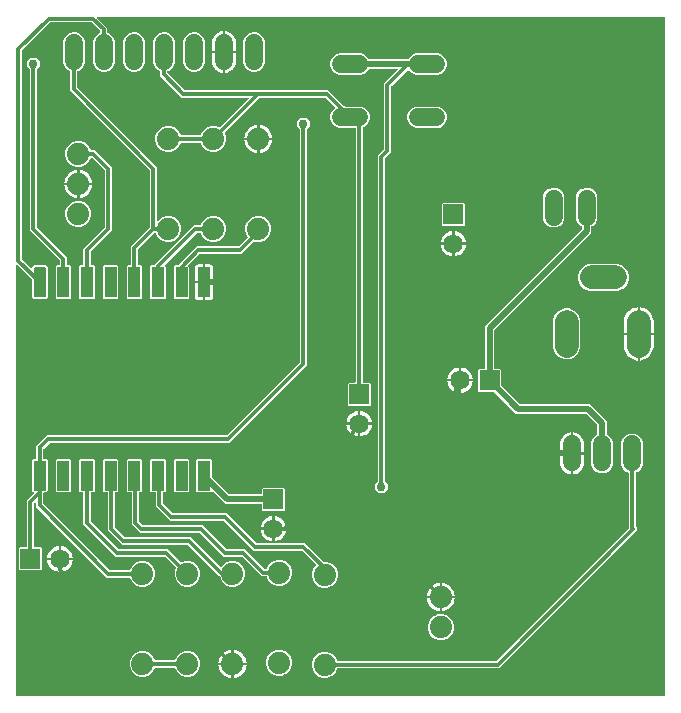
<source format=gbr>
G04 EAGLE Gerber RS-274X export*
G75*
%MOMM*%
%FSLAX34Y34*%
%LPD*%
%INTop Copper*%
%IPPOS*%
%AMOC8*
5,1,8,0,0,1.08239X$1,22.5*%
G01*
%ADD10C,2.000000*%
%ADD11C,1.879600*%
%ADD12C,1.524000*%
%ADD13C,0.170000*%
%ADD14R,1.000000X2.500000*%
%ADD15R,1.651000X1.651000*%
%ADD16C,1.651000*%
%ADD17C,0.304800*%
%ADD18C,0.508000*%
%ADD19C,0.756400*%

G36*
X560075Y10924D02*
X560075Y10924D01*
X560080Y10923D01*
X560173Y10944D01*
X560267Y10962D01*
X560271Y10965D01*
X560276Y10966D01*
X560354Y11022D01*
X560432Y11075D01*
X560435Y11079D01*
X560439Y11082D01*
X560490Y11164D01*
X560542Y11243D01*
X560542Y11248D01*
X560545Y11253D01*
X560577Y11430D01*
X560577Y585470D01*
X560576Y585475D01*
X560577Y585480D01*
X560556Y585573D01*
X560538Y585667D01*
X560535Y585671D01*
X560534Y585676D01*
X560478Y585754D01*
X560425Y585832D01*
X560421Y585835D01*
X560418Y585839D01*
X560336Y585890D01*
X560257Y585942D01*
X560252Y585942D01*
X560247Y585945D01*
X560070Y585977D01*
X79959Y585977D01*
X79956Y585977D01*
X79954Y585977D01*
X79859Y585957D01*
X79762Y585938D01*
X79760Y585936D01*
X79758Y585936D01*
X79677Y585880D01*
X79597Y585825D01*
X79595Y585823D01*
X79593Y585821D01*
X79540Y585738D01*
X79487Y585657D01*
X79487Y585654D01*
X79485Y585652D01*
X79469Y585556D01*
X79452Y585460D01*
X79452Y585457D01*
X79452Y585455D01*
X79474Y585361D01*
X79495Y585264D01*
X79497Y585262D01*
X79497Y585259D01*
X79600Y585111D01*
X88149Y576563D01*
X88149Y572694D01*
X88150Y572688D01*
X88149Y572681D01*
X88170Y572590D01*
X88188Y572498D01*
X88192Y572492D01*
X88193Y572486D01*
X88248Y572410D01*
X88301Y572332D01*
X88306Y572328D01*
X88310Y572323D01*
X88462Y572226D01*
X90280Y571473D01*
X92853Y568900D01*
X94245Y565539D01*
X94245Y546661D01*
X92853Y543300D01*
X90280Y540727D01*
X89615Y540452D01*
X88391Y539945D01*
X87166Y539438D01*
X86919Y539335D01*
X83281Y539335D01*
X79920Y540727D01*
X77347Y543300D01*
X75955Y546661D01*
X75955Y565539D01*
X77347Y568900D01*
X79920Y571473D01*
X79922Y571474D01*
X79923Y571474D01*
X81147Y571981D01*
X81738Y572226D01*
X81744Y572229D01*
X81750Y572231D01*
X81827Y572285D01*
X81905Y572337D01*
X81908Y572343D01*
X81913Y572347D01*
X81963Y572427D01*
X82015Y572505D01*
X82016Y572511D01*
X82019Y572517D01*
X82051Y572694D01*
X82051Y573827D01*
X82050Y573835D01*
X82051Y573843D01*
X82030Y573932D01*
X82012Y574024D01*
X82007Y574030D01*
X82005Y574038D01*
X81903Y574186D01*
X74832Y581257D01*
X74825Y581261D01*
X74821Y581267D01*
X74742Y581316D01*
X74665Y581368D01*
X74657Y581369D01*
X74650Y581373D01*
X74473Y581405D01*
X39827Y581405D01*
X39819Y581404D01*
X39811Y581405D01*
X39722Y581384D01*
X39630Y581366D01*
X39624Y581361D01*
X39616Y581359D01*
X39468Y581257D01*
X15897Y557686D01*
X15893Y557679D01*
X15887Y557675D01*
X15838Y557596D01*
X15786Y557519D01*
X15785Y557511D01*
X15781Y557504D01*
X15749Y557327D01*
X15749Y381073D01*
X15750Y381065D01*
X15749Y381057D01*
X15770Y380968D01*
X15788Y380876D01*
X15793Y380870D01*
X15795Y380862D01*
X15897Y380714D01*
X23509Y373102D01*
X23512Y373101D01*
X23513Y373099D01*
X23594Y373046D01*
X23676Y372991D01*
X23679Y372991D01*
X23681Y372989D01*
X23777Y372972D01*
X23873Y372954D01*
X23876Y372954D01*
X23878Y372954D01*
X23975Y372975D01*
X24069Y372995D01*
X24071Y372997D01*
X24074Y372997D01*
X24154Y373054D01*
X24234Y373110D01*
X24235Y373112D01*
X24237Y373113D01*
X24289Y373196D01*
X24341Y373279D01*
X24342Y373281D01*
X24343Y373284D01*
X24375Y373461D01*
X24375Y374034D01*
X25766Y375425D01*
X36034Y375425D01*
X37425Y374034D01*
X37425Y348766D01*
X36034Y347375D01*
X25766Y347375D01*
X24375Y348766D01*
X24375Y363403D01*
X24374Y363411D01*
X24375Y363419D01*
X24354Y363508D01*
X24336Y363600D01*
X24331Y363606D01*
X24329Y363614D01*
X24227Y363762D01*
X11789Y376200D01*
X11786Y376201D01*
X11785Y376203D01*
X11704Y376256D01*
X11622Y376311D01*
X11619Y376311D01*
X11617Y376313D01*
X11521Y376330D01*
X11425Y376348D01*
X11422Y376348D01*
X11420Y376348D01*
X11323Y376327D01*
X11229Y376307D01*
X11227Y376305D01*
X11224Y376305D01*
X11144Y376248D01*
X11064Y376192D01*
X11063Y376190D01*
X11061Y376189D01*
X11009Y376106D01*
X10957Y376023D01*
X10956Y376021D01*
X10955Y376018D01*
X10923Y375841D01*
X10923Y11430D01*
X10924Y11425D01*
X10923Y11420D01*
X10944Y11327D01*
X10962Y11233D01*
X10965Y11229D01*
X10966Y11224D01*
X11022Y11146D01*
X11075Y11068D01*
X11079Y11065D01*
X11082Y11061D01*
X11164Y11010D01*
X11243Y10958D01*
X11248Y10958D01*
X11253Y10955D01*
X11430Y10923D01*
X560070Y10923D01*
X560075Y10924D01*
G37*
%LPC*%
G36*
X115627Y103377D02*
X115627Y103377D01*
X111613Y105040D01*
X108540Y108113D01*
X107370Y110938D01*
X107366Y110944D01*
X107365Y110950D01*
X107310Y111027D01*
X107258Y111105D01*
X107253Y111108D01*
X107249Y111113D01*
X107169Y111163D01*
X107091Y111215D01*
X107084Y111216D01*
X107079Y111219D01*
X106901Y111251D01*
X87637Y111251D01*
X27851Y171037D01*
X27851Y174715D01*
X27851Y174718D01*
X27851Y174720D01*
X27831Y174815D01*
X27812Y174912D01*
X27810Y174914D01*
X27810Y174916D01*
X27754Y174997D01*
X27699Y175077D01*
X27697Y175079D01*
X27695Y175081D01*
X27612Y175134D01*
X27531Y175187D01*
X27528Y175187D01*
X27526Y175189D01*
X27430Y175205D01*
X27334Y175222D01*
X27331Y175222D01*
X27329Y175222D01*
X27234Y175200D01*
X27138Y175179D01*
X27136Y175177D01*
X27133Y175177D01*
X26985Y175074D01*
X26097Y174186D01*
X26093Y174179D01*
X26087Y174175D01*
X26038Y174096D01*
X25986Y174019D01*
X25985Y174011D01*
X25981Y174004D01*
X25949Y173827D01*
X25949Y137287D01*
X25950Y137282D01*
X25949Y137277D01*
X25970Y137184D01*
X25988Y137090D01*
X25991Y137086D01*
X25992Y137081D01*
X26048Y137003D01*
X26101Y136925D01*
X26105Y136922D01*
X26108Y136918D01*
X26190Y136867D01*
X26269Y136815D01*
X26274Y136815D01*
X26279Y136812D01*
X26456Y136780D01*
X31787Y136780D01*
X32680Y135887D01*
X32680Y118113D01*
X31787Y117220D01*
X14013Y117220D01*
X13120Y118113D01*
X13120Y135887D01*
X14013Y136780D01*
X19344Y136780D01*
X19349Y136781D01*
X19354Y136780D01*
X19447Y136801D01*
X19541Y136819D01*
X19545Y136822D01*
X19550Y136823D01*
X19628Y136879D01*
X19706Y136932D01*
X19709Y136936D01*
X19713Y136939D01*
X19764Y137021D01*
X19816Y137100D01*
X19816Y137105D01*
X19819Y137110D01*
X19851Y137287D01*
X19851Y176563D01*
X25798Y182509D01*
X25799Y182512D01*
X25801Y182513D01*
X25854Y182594D01*
X25909Y182676D01*
X25909Y182679D01*
X25911Y182681D01*
X25928Y182777D01*
X25946Y182873D01*
X25946Y182876D01*
X25946Y182878D01*
X25925Y182975D01*
X25905Y183069D01*
X25903Y183071D01*
X25903Y183074D01*
X25846Y183154D01*
X25790Y183234D01*
X25788Y183235D01*
X25787Y183237D01*
X25704Y183289D01*
X25621Y183341D01*
X25619Y183342D01*
X25616Y183343D01*
X25439Y183375D01*
X25268Y183375D01*
X24375Y184268D01*
X24375Y210532D01*
X25268Y211425D01*
X27344Y211425D01*
X27349Y211426D01*
X27354Y211425D01*
X27447Y211446D01*
X27541Y211464D01*
X27545Y211467D01*
X27550Y211468D01*
X27628Y211524D01*
X27706Y211577D01*
X27709Y211581D01*
X27713Y211584D01*
X27764Y211666D01*
X27816Y211745D01*
X27816Y211750D01*
X27819Y211755D01*
X27851Y211932D01*
X27851Y222663D01*
X36837Y231649D01*
X189027Y231649D01*
X189035Y231650D01*
X189043Y231649D01*
X189132Y231670D01*
X189224Y231688D01*
X189230Y231693D01*
X189238Y231695D01*
X189386Y231797D01*
X250803Y293214D01*
X250807Y293221D01*
X250813Y293225D01*
X250862Y293304D01*
X250914Y293381D01*
X250915Y293389D01*
X250919Y293396D01*
X250951Y293573D01*
X250951Y490634D01*
X250950Y490642D01*
X250951Y490649D01*
X250930Y490739D01*
X250912Y490830D01*
X250907Y490837D01*
X250905Y490844D01*
X250803Y490992D01*
X248693Y493102D01*
X248693Y497498D01*
X251802Y500607D01*
X256198Y500607D01*
X259307Y497498D01*
X259307Y493102D01*
X257197Y490992D01*
X257193Y490986D01*
X257187Y490981D01*
X257138Y490903D01*
X257086Y490825D01*
X257085Y490818D01*
X257081Y490811D01*
X257049Y490634D01*
X257049Y290837D01*
X191763Y225551D01*
X39573Y225551D01*
X39565Y225550D01*
X39557Y225551D01*
X39468Y225530D01*
X39376Y225512D01*
X39370Y225507D01*
X39362Y225505D01*
X39214Y225403D01*
X34097Y220286D01*
X34093Y220279D01*
X34087Y220275D01*
X34038Y220196D01*
X33986Y220119D01*
X33985Y220111D01*
X33981Y220104D01*
X33949Y219927D01*
X33949Y211932D01*
X33950Y211927D01*
X33949Y211922D01*
X33970Y211829D01*
X33988Y211735D01*
X33991Y211731D01*
X33992Y211726D01*
X34048Y211648D01*
X34101Y211570D01*
X34105Y211567D01*
X34108Y211563D01*
X34190Y211512D01*
X34269Y211460D01*
X34274Y211460D01*
X34279Y211457D01*
X34456Y211425D01*
X36532Y211425D01*
X37425Y210532D01*
X37425Y184268D01*
X36532Y183375D01*
X34456Y183375D01*
X34451Y183374D01*
X34446Y183375D01*
X34353Y183354D01*
X34259Y183336D01*
X34255Y183333D01*
X34250Y183332D01*
X34172Y183276D01*
X34094Y183223D01*
X34091Y183219D01*
X34087Y183216D01*
X34036Y183134D01*
X33984Y183055D01*
X33984Y183050D01*
X33981Y183045D01*
X33949Y182868D01*
X33949Y173773D01*
X33950Y173765D01*
X33949Y173757D01*
X33970Y173668D01*
X33988Y173576D01*
X33993Y173570D01*
X33995Y173562D01*
X34097Y173414D01*
X90014Y117497D01*
X90021Y117493D01*
X90025Y117487D01*
X90104Y117438D01*
X90181Y117386D01*
X90189Y117385D01*
X90196Y117381D01*
X90373Y117349D01*
X106901Y117349D01*
X106908Y117350D01*
X106914Y117349D01*
X107006Y117370D01*
X107098Y117388D01*
X107103Y117392D01*
X107110Y117393D01*
X107186Y117448D01*
X107264Y117501D01*
X107267Y117506D01*
X107272Y117510D01*
X107370Y117662D01*
X108540Y120487D01*
X111613Y123560D01*
X111642Y123572D01*
X112866Y124079D01*
X114091Y124586D01*
X115315Y125094D01*
X115316Y125094D01*
X115627Y125223D01*
X119973Y125223D01*
X123987Y123560D01*
X127060Y120487D01*
X128723Y116473D01*
X128723Y112127D01*
X127060Y108113D01*
X123987Y105040D01*
X123225Y104724D01*
X122000Y104217D01*
X120776Y103710D01*
X119973Y103377D01*
X115627Y103377D01*
G37*
%LPD*%
%LPC*%
G36*
X292413Y256720D02*
X292413Y256720D01*
X291520Y257613D01*
X291520Y275387D01*
X292413Y276280D01*
X297744Y276280D01*
X297749Y276281D01*
X297754Y276280D01*
X297847Y276301D01*
X297941Y276319D01*
X297945Y276322D01*
X297950Y276323D01*
X298028Y276379D01*
X298106Y276432D01*
X298109Y276436D01*
X298113Y276439D01*
X298164Y276521D01*
X298216Y276600D01*
X298216Y276605D01*
X298219Y276610D01*
X298251Y276787D01*
X298251Y491242D01*
X298250Y491247D01*
X298251Y491252D01*
X298230Y491345D01*
X298212Y491439D01*
X298209Y491443D01*
X298208Y491448D01*
X298152Y491526D01*
X298099Y491604D01*
X298095Y491607D01*
X298092Y491611D01*
X298010Y491662D01*
X297931Y491714D01*
X297926Y491714D01*
X297921Y491717D01*
X297744Y491749D01*
X284249Y491749D01*
X280888Y493141D01*
X278315Y495714D01*
X276923Y499075D01*
X276923Y502713D01*
X278315Y506074D01*
X280897Y508656D01*
X280900Y508660D01*
X280904Y508663D01*
X280956Y508744D01*
X281008Y508823D01*
X281009Y508828D01*
X281012Y508832D01*
X281028Y508926D01*
X281046Y509020D01*
X281045Y509025D01*
X281046Y509030D01*
X281024Y509122D01*
X281004Y509216D01*
X281001Y509220D01*
X281000Y509225D01*
X280897Y509373D01*
X272768Y517503D01*
X272761Y517507D01*
X272757Y517513D01*
X272678Y517562D01*
X272601Y517614D01*
X272593Y517615D01*
X272586Y517619D01*
X272409Y517651D01*
X217373Y517651D01*
X217365Y517650D01*
X217357Y517651D01*
X217268Y517630D01*
X217176Y517612D01*
X217170Y517607D01*
X217162Y517605D01*
X217014Y517503D01*
X187662Y488151D01*
X187659Y488145D01*
X187653Y488142D01*
X187604Y488062D01*
X187551Y487984D01*
X187550Y487977D01*
X187547Y487972D01*
X187531Y487879D01*
X187514Y487787D01*
X187515Y487781D01*
X187514Y487774D01*
X187552Y487598D01*
X188723Y484773D01*
X188723Y480427D01*
X187060Y476413D01*
X183987Y473340D01*
X183137Y472988D01*
X181912Y472481D01*
X180688Y471973D01*
X179973Y471677D01*
X175627Y471677D01*
X171613Y473340D01*
X168540Y476413D01*
X167370Y479238D01*
X167366Y479244D01*
X167365Y479250D01*
X167310Y479327D01*
X167258Y479405D01*
X167253Y479408D01*
X167249Y479413D01*
X167169Y479463D01*
X167091Y479515D01*
X167084Y479516D01*
X167079Y479519D01*
X166901Y479551D01*
X150599Y479551D01*
X150592Y479550D01*
X150586Y479551D01*
X150494Y479530D01*
X150402Y479512D01*
X150397Y479508D01*
X150390Y479507D01*
X150314Y479452D01*
X150236Y479399D01*
X150233Y479394D01*
X150228Y479390D01*
X150130Y479238D01*
X148960Y476413D01*
X145887Y473340D01*
X145037Y472988D01*
X143812Y472481D01*
X142588Y471973D01*
X141873Y471677D01*
X137527Y471677D01*
X133513Y473340D01*
X130440Y476413D01*
X128777Y480427D01*
X128777Y484773D01*
X130440Y488787D01*
X133513Y491860D01*
X134678Y492343D01*
X135903Y492850D01*
X137127Y493357D01*
X137128Y493357D01*
X137527Y493523D01*
X141873Y493523D01*
X145887Y491860D01*
X148960Y488787D01*
X150130Y485962D01*
X150134Y485956D01*
X150135Y485950D01*
X150190Y485873D01*
X150242Y485795D01*
X150247Y485792D01*
X150251Y485787D01*
X150331Y485737D01*
X150409Y485685D01*
X150416Y485684D01*
X150421Y485681D01*
X150599Y485649D01*
X166901Y485649D01*
X166908Y485650D01*
X166914Y485649D01*
X167006Y485670D01*
X167098Y485688D01*
X167103Y485692D01*
X167110Y485693D01*
X167186Y485748D01*
X167264Y485801D01*
X167267Y485806D01*
X167272Y485810D01*
X167370Y485962D01*
X168540Y488787D01*
X171613Y491860D01*
X172778Y492343D01*
X174003Y492850D01*
X175227Y493357D01*
X175228Y493357D01*
X175627Y493523D01*
X179973Y493523D01*
X182798Y492352D01*
X182804Y492351D01*
X182810Y492348D01*
X182903Y492332D01*
X182995Y492314D01*
X183001Y492315D01*
X183008Y492314D01*
X183099Y492335D01*
X183191Y492354D01*
X183196Y492358D01*
X183203Y492360D01*
X183351Y492462D01*
X207674Y516785D01*
X207675Y516788D01*
X207677Y516789D01*
X207730Y516870D01*
X207785Y516952D01*
X207785Y516955D01*
X207787Y516957D01*
X207804Y517053D01*
X207822Y517149D01*
X207822Y517152D01*
X207822Y517154D01*
X207801Y517251D01*
X207781Y517345D01*
X207779Y517347D01*
X207779Y517350D01*
X207722Y517430D01*
X207666Y517510D01*
X207664Y517511D01*
X207663Y517513D01*
X207580Y517565D01*
X207497Y517617D01*
X207495Y517618D01*
X207492Y517619D01*
X207315Y517651D01*
X151137Y517651D01*
X132851Y535937D01*
X132851Y539506D01*
X132850Y539512D01*
X132851Y539519D01*
X132830Y539610D01*
X132812Y539702D01*
X132808Y539708D01*
X132807Y539714D01*
X132752Y539790D01*
X132699Y539868D01*
X132694Y539872D01*
X132690Y539877D01*
X132538Y539974D01*
X130720Y540727D01*
X128147Y543300D01*
X126755Y546661D01*
X126755Y565539D01*
X128147Y568900D01*
X130720Y571473D01*
X130722Y571474D01*
X130723Y571474D01*
X131947Y571981D01*
X133172Y572488D01*
X134081Y572865D01*
X137719Y572865D01*
X141080Y571473D01*
X143653Y568900D01*
X145045Y565539D01*
X145045Y546661D01*
X143653Y543300D01*
X141080Y540727D01*
X140415Y540452D01*
X139262Y539974D01*
X139256Y539971D01*
X139250Y539969D01*
X139173Y539915D01*
X139095Y539863D01*
X139092Y539857D01*
X139087Y539853D01*
X139037Y539773D01*
X138985Y539695D01*
X138984Y539689D01*
X138981Y539683D01*
X138949Y539506D01*
X138949Y538673D01*
X138950Y538665D01*
X138949Y538657D01*
X138970Y538567D01*
X138988Y538476D01*
X138993Y538470D01*
X138995Y538462D01*
X139097Y538314D01*
X153514Y523897D01*
X153519Y523894D01*
X153522Y523890D01*
X153524Y523889D01*
X153525Y523887D01*
X153604Y523838D01*
X153681Y523786D01*
X153689Y523785D01*
X153696Y523781D01*
X153873Y523749D01*
X275145Y523749D01*
X288706Y510187D01*
X288713Y510183D01*
X288717Y510177D01*
X288796Y510128D01*
X288873Y510076D01*
X288881Y510075D01*
X288888Y510071D01*
X289065Y510039D01*
X303127Y510039D01*
X306488Y508647D01*
X309061Y506074D01*
X310453Y502713D01*
X310453Y499075D01*
X309061Y495714D01*
X306488Y493141D01*
X305593Y492771D01*
X304662Y492385D01*
X304656Y492381D01*
X304650Y492380D01*
X304573Y492325D01*
X304495Y492273D01*
X304492Y492268D01*
X304487Y492264D01*
X304437Y492184D01*
X304385Y492106D01*
X304384Y492099D01*
X304381Y492094D01*
X304349Y491916D01*
X304349Y276787D01*
X304350Y276782D01*
X304349Y276777D01*
X304370Y276684D01*
X304388Y276590D01*
X304391Y276586D01*
X304392Y276581D01*
X304448Y276503D01*
X304501Y276425D01*
X304505Y276422D01*
X304508Y276418D01*
X304590Y276367D01*
X304669Y276315D01*
X304674Y276315D01*
X304679Y276312D01*
X304856Y276280D01*
X310187Y276280D01*
X311080Y275387D01*
X311080Y257613D01*
X310187Y256720D01*
X292413Y256720D01*
G37*
%LPD*%
%LPC*%
G36*
X317842Y182653D02*
X317842Y182653D01*
X314733Y185762D01*
X314733Y190158D01*
X316843Y192268D01*
X316847Y192274D01*
X316853Y192279D01*
X316902Y192357D01*
X316954Y192435D01*
X316955Y192442D01*
X316959Y192449D01*
X316991Y192626D01*
X316991Y468623D01*
X321923Y473554D01*
X321927Y473561D01*
X321933Y473565D01*
X321982Y473644D01*
X322034Y473721D01*
X322035Y473729D01*
X322039Y473736D01*
X322071Y473913D01*
X322071Y529583D01*
X324463Y531974D01*
X333664Y541175D01*
X333665Y541178D01*
X333667Y541179D01*
X333720Y541260D01*
X333775Y541342D01*
X333775Y541345D01*
X333777Y541347D01*
X333794Y541443D01*
X333812Y541539D01*
X333812Y541542D01*
X333812Y541544D01*
X333791Y541641D01*
X333771Y541735D01*
X333769Y541737D01*
X333769Y541740D01*
X333712Y541820D01*
X333656Y541900D01*
X333654Y541901D01*
X333653Y541903D01*
X333570Y541955D01*
X333487Y542007D01*
X333485Y542008D01*
X333482Y542009D01*
X333305Y542041D01*
X309861Y542041D01*
X309855Y542040D01*
X309849Y542041D01*
X309757Y542020D01*
X309665Y542002D01*
X309659Y541998D01*
X309653Y541997D01*
X309577Y541942D01*
X309499Y541889D01*
X309496Y541884D01*
X309490Y541880D01*
X309393Y541728D01*
X309061Y540926D01*
X306488Y538353D01*
X305432Y537916D01*
X304207Y537409D01*
X303127Y536961D01*
X284249Y536961D01*
X280888Y538353D01*
X278315Y540926D01*
X276923Y544287D01*
X276923Y547925D01*
X278315Y551286D01*
X280888Y553859D01*
X281778Y554227D01*
X283002Y554734D01*
X284227Y555242D01*
X284249Y555251D01*
X303127Y555251D01*
X306488Y553859D01*
X309061Y551286D01*
X309393Y550484D01*
X309396Y550478D01*
X309398Y550472D01*
X309452Y550395D01*
X309505Y550317D01*
X309510Y550314D01*
X309514Y550309D01*
X309594Y550259D01*
X309672Y550207D01*
X309679Y550206D01*
X309684Y550203D01*
X309861Y550171D01*
X342539Y550171D01*
X342545Y550172D01*
X342551Y550171D01*
X342643Y550192D01*
X342735Y550210D01*
X342741Y550214D01*
X342747Y550215D01*
X342823Y550270D01*
X342901Y550323D01*
X342904Y550328D01*
X342910Y550332D01*
X343007Y550484D01*
X343339Y551286D01*
X345912Y553859D01*
X346802Y554227D01*
X348026Y554734D01*
X349251Y555242D01*
X349273Y555251D01*
X368151Y555251D01*
X371512Y553859D01*
X374085Y551286D01*
X375477Y547925D01*
X375477Y544287D01*
X374085Y540926D01*
X371512Y538353D01*
X370456Y537916D01*
X369231Y537409D01*
X368151Y536961D01*
X349273Y536961D01*
X345912Y538353D01*
X343339Y540926D01*
X343249Y541145D01*
X343246Y541148D01*
X343246Y541152D01*
X343191Y541232D01*
X343137Y541312D01*
X343134Y541314D01*
X343131Y541317D01*
X343050Y541368D01*
X342969Y541422D01*
X342965Y541422D01*
X342962Y541425D01*
X342867Y541441D01*
X342772Y541458D01*
X342768Y541457D01*
X342765Y541458D01*
X342671Y541436D01*
X342576Y541416D01*
X342573Y541413D01*
X342569Y541413D01*
X342421Y541310D01*
X328774Y527663D01*
X328317Y527206D01*
X328313Y527199D01*
X328307Y527195D01*
X328258Y527116D01*
X328206Y527039D01*
X328205Y527031D01*
X328201Y527024D01*
X328169Y526847D01*
X328169Y471177D01*
X323237Y466246D01*
X323233Y466239D01*
X323227Y466235D01*
X323178Y466156D01*
X323126Y466079D01*
X323125Y466071D01*
X323121Y466064D01*
X323089Y465887D01*
X323089Y192626D01*
X323090Y192618D01*
X323089Y192611D01*
X323110Y192521D01*
X323128Y192430D01*
X323133Y192423D01*
X323135Y192416D01*
X323237Y192268D01*
X325347Y190158D01*
X325347Y185762D01*
X322238Y182653D01*
X317842Y182653D01*
G37*
%LPD*%
%LPC*%
G36*
X505181Y199535D02*
X505181Y199535D01*
X501820Y200927D01*
X499247Y203500D01*
X497855Y206861D01*
X497855Y225739D01*
X499247Y229100D01*
X501820Y231673D01*
X502622Y232005D01*
X502628Y232008D01*
X502634Y232010D01*
X502711Y232064D01*
X502789Y232117D01*
X502792Y232122D01*
X502797Y232126D01*
X502847Y232206D01*
X502899Y232284D01*
X502900Y232291D01*
X502903Y232296D01*
X502935Y232473D01*
X502935Y240406D01*
X502934Y240414D01*
X502935Y240422D01*
X502914Y240512D01*
X502896Y240603D01*
X502891Y240609D01*
X502889Y240617D01*
X502787Y240765D01*
X493765Y249787D01*
X493758Y249791D01*
X493754Y249797D01*
X493675Y249846D01*
X493598Y249898D01*
X493590Y249899D01*
X493584Y249903D01*
X493406Y249935D01*
X434180Y249935D01*
X415814Y268301D01*
X415808Y268305D01*
X415803Y268311D01*
X415724Y268360D01*
X415647Y268412D01*
X415640Y268413D01*
X415633Y268417D01*
X415456Y268449D01*
X402748Y268449D01*
X401855Y269342D01*
X401855Y287116D01*
X402748Y288009D01*
X407062Y288009D01*
X407067Y288010D01*
X407073Y288009D01*
X407166Y288030D01*
X407259Y288048D01*
X407263Y288051D01*
X407268Y288052D01*
X407346Y288108D01*
X407425Y288161D01*
X407428Y288165D01*
X407432Y288168D01*
X407482Y288250D01*
X407534Y288329D01*
X407535Y288334D01*
X407538Y288339D01*
X407570Y288516D01*
X407570Y324418D01*
X410099Y326948D01*
X489657Y406505D01*
X489661Y406512D01*
X489667Y406516D01*
X489716Y406595D01*
X489768Y406672D01*
X489769Y406680D01*
X489773Y406686D01*
X489805Y406864D01*
X489805Y408327D01*
X489804Y408333D01*
X489805Y408339D01*
X489784Y408431D01*
X489766Y408523D01*
X489762Y408529D01*
X489761Y408535D01*
X489706Y408611D01*
X489653Y408689D01*
X489648Y408692D01*
X489644Y408698D01*
X489492Y408795D01*
X488690Y409127D01*
X486117Y411700D01*
X484725Y415061D01*
X484725Y433939D01*
X486117Y437300D01*
X488690Y439873D01*
X489229Y440096D01*
X490454Y440603D01*
X491678Y441110D01*
X492051Y441265D01*
X495689Y441265D01*
X499050Y439873D01*
X501623Y437300D01*
X503015Y433939D01*
X503015Y415061D01*
X501623Y411700D01*
X499050Y409127D01*
X498248Y408795D01*
X498242Y408792D01*
X498236Y408790D01*
X498160Y408736D01*
X498081Y408683D01*
X498078Y408678D01*
X498073Y408674D01*
X498023Y408595D01*
X497971Y408516D01*
X497970Y408509D01*
X497967Y408504D01*
X497935Y408327D01*
X497935Y403286D01*
X495405Y400757D01*
X415848Y321199D01*
X415843Y321193D01*
X415837Y321188D01*
X415788Y321109D01*
X415737Y321032D01*
X415735Y321025D01*
X415731Y321018D01*
X415699Y320841D01*
X415699Y288516D01*
X415700Y288511D01*
X415699Y288506D01*
X415720Y288413D01*
X415739Y288319D01*
X415742Y288315D01*
X415743Y288310D01*
X415798Y288232D01*
X415851Y288154D01*
X415856Y288151D01*
X415859Y288147D01*
X415940Y288096D01*
X416019Y288044D01*
X416025Y288044D01*
X416029Y288041D01*
X416206Y288009D01*
X420521Y288009D01*
X421414Y287116D01*
X421414Y274408D01*
X421416Y274400D01*
X421414Y274392D01*
X421435Y274302D01*
X421454Y274211D01*
X421458Y274205D01*
X421460Y274197D01*
X421563Y274049D01*
X437398Y258213D01*
X437405Y258209D01*
X437410Y258203D01*
X437488Y258154D01*
X437565Y258102D01*
X437573Y258101D01*
X437580Y258097D01*
X437757Y258065D01*
X496984Y258065D01*
X511065Y243984D01*
X511065Y232473D01*
X511066Y232467D01*
X511065Y232461D01*
X511086Y232369D01*
X511104Y232277D01*
X511108Y232271D01*
X511109Y232265D01*
X511164Y232189D01*
X511217Y232111D01*
X511222Y232108D01*
X511226Y232102D01*
X511378Y232005D01*
X512180Y231673D01*
X514753Y229100D01*
X516145Y225739D01*
X516145Y206861D01*
X514753Y203500D01*
X512180Y200927D01*
X511377Y200595D01*
X511376Y200595D01*
X510152Y200087D01*
X508927Y199580D01*
X508819Y199535D01*
X505181Y199535D01*
G37*
%LPD*%
%LPC*%
G36*
X269882Y26489D02*
X269882Y26489D01*
X265868Y28152D01*
X262795Y31224D01*
X261132Y35239D01*
X261132Y39584D01*
X262795Y43599D01*
X265868Y46672D01*
X266605Y46977D01*
X266606Y46977D01*
X267830Y47484D01*
X269055Y47992D01*
X269882Y48334D01*
X274228Y48334D01*
X278242Y46672D01*
X281315Y43599D01*
X282485Y40774D01*
X282489Y40768D01*
X282490Y40762D01*
X282545Y40685D01*
X282597Y40607D01*
X282603Y40604D01*
X282606Y40598D01*
X282686Y40549D01*
X282765Y40497D01*
X282771Y40496D01*
X282777Y40492D01*
X282954Y40460D01*
X416939Y40460D01*
X416946Y40462D01*
X416954Y40461D01*
X417044Y40482D01*
X417135Y40500D01*
X417142Y40504D01*
X417149Y40506D01*
X417297Y40609D01*
X529203Y152514D01*
X529207Y152521D01*
X529213Y152525D01*
X529262Y152604D01*
X529314Y152681D01*
X529315Y152689D01*
X529319Y152696D01*
X529351Y152873D01*
X529351Y199706D01*
X529350Y199712D01*
X529351Y199719D01*
X529330Y199810D01*
X529312Y199902D01*
X529308Y199908D01*
X529307Y199914D01*
X529252Y199990D01*
X529199Y200068D01*
X529194Y200072D01*
X529190Y200077D01*
X529038Y200174D01*
X527220Y200927D01*
X524647Y203500D01*
X523255Y206861D01*
X523255Y225739D01*
X524647Y229100D01*
X527220Y231673D01*
X528308Y232123D01*
X529533Y232631D01*
X530581Y233065D01*
X534219Y233065D01*
X537580Y231673D01*
X540153Y229100D01*
X541545Y225739D01*
X541545Y206861D01*
X540153Y203500D01*
X537580Y200927D01*
X536777Y200595D01*
X536776Y200595D01*
X535762Y200174D01*
X535756Y200171D01*
X535750Y200169D01*
X535673Y200115D01*
X535595Y200063D01*
X535592Y200057D01*
X535587Y200053D01*
X535537Y199973D01*
X535485Y199895D01*
X535484Y199889D01*
X535481Y199883D01*
X535449Y199706D01*
X535449Y154873D01*
X535450Y154865D01*
X535449Y154857D01*
X535470Y154768D01*
X535488Y154676D01*
X535493Y154670D01*
X535495Y154662D01*
X535597Y154514D01*
X536449Y153663D01*
X536449Y151137D01*
X419674Y34363D01*
X282954Y34363D01*
X282948Y34362D01*
X282941Y34363D01*
X282849Y34342D01*
X282757Y34323D01*
X282752Y34320D01*
X282746Y34318D01*
X282669Y34263D01*
X282592Y34211D01*
X282588Y34205D01*
X282583Y34201D01*
X282485Y34050D01*
X281315Y31224D01*
X278242Y28152D01*
X278189Y28130D01*
X276964Y27622D01*
X275740Y27115D01*
X274515Y26608D01*
X274228Y26489D01*
X269882Y26489D01*
G37*
%LPD*%
%LPC*%
G36*
X105268Y347375D02*
X105268Y347375D01*
X104375Y348268D01*
X104375Y374532D01*
X105268Y375425D01*
X107344Y375425D01*
X107349Y375426D01*
X107354Y375425D01*
X107447Y375446D01*
X107541Y375464D01*
X107545Y375467D01*
X107550Y375468D01*
X107628Y375524D01*
X107706Y375577D01*
X107709Y375581D01*
X107713Y375584D01*
X107764Y375666D01*
X107816Y375745D01*
X107816Y375750D01*
X107819Y375755D01*
X107851Y375932D01*
X107851Y391563D01*
X123803Y407514D01*
X123807Y407521D01*
X123813Y407525D01*
X123862Y407604D01*
X123914Y407681D01*
X123915Y407689D01*
X123919Y407696D01*
X123951Y407873D01*
X123951Y455727D01*
X123950Y455735D01*
X123951Y455743D01*
X123930Y455832D01*
X123912Y455924D01*
X123907Y455930D01*
X123905Y455938D01*
X123803Y456086D01*
X58586Y521303D01*
X56651Y523237D01*
X56651Y539506D01*
X56650Y539512D01*
X56651Y539519D01*
X56630Y539610D01*
X56612Y539702D01*
X56608Y539708D01*
X56607Y539714D01*
X56552Y539790D01*
X56499Y539868D01*
X56494Y539872D01*
X56490Y539877D01*
X56338Y539974D01*
X54520Y540727D01*
X51947Y543300D01*
X50555Y546661D01*
X50555Y565539D01*
X51947Y568900D01*
X54520Y571473D01*
X54522Y571474D01*
X54523Y571474D01*
X55747Y571981D01*
X56972Y572488D01*
X57881Y572865D01*
X61519Y572865D01*
X64880Y571473D01*
X67453Y568900D01*
X68845Y565539D01*
X68845Y546661D01*
X67453Y543300D01*
X64880Y540727D01*
X64215Y540452D01*
X63062Y539974D01*
X63056Y539971D01*
X63050Y539969D01*
X62973Y539915D01*
X62895Y539863D01*
X62892Y539857D01*
X62887Y539853D01*
X62837Y539773D01*
X62785Y539695D01*
X62784Y539689D01*
X62781Y539683D01*
X62749Y539506D01*
X62749Y525973D01*
X62750Y525965D01*
X62749Y525957D01*
X62770Y525868D01*
X62788Y525776D01*
X62793Y525770D01*
X62795Y525762D01*
X62897Y525614D01*
X130049Y458463D01*
X130049Y413420D01*
X130049Y413418D01*
X130049Y413415D01*
X130069Y413320D01*
X130088Y413224D01*
X130090Y413222D01*
X130090Y413219D01*
X130146Y413139D01*
X130201Y413058D01*
X130203Y413057D01*
X130205Y413055D01*
X130288Y413001D01*
X130369Y412949D01*
X130372Y412948D01*
X130374Y412947D01*
X130470Y412931D01*
X130566Y412913D01*
X130569Y412914D01*
X130571Y412913D01*
X130665Y412935D01*
X130762Y412957D01*
X130764Y412958D01*
X130767Y412959D01*
X130915Y413062D01*
X133513Y415660D01*
X133725Y415748D01*
X134950Y416255D01*
X136174Y416762D01*
X137399Y417270D01*
X137527Y417323D01*
X141873Y417323D01*
X145887Y415660D01*
X148960Y412587D01*
X150623Y408573D01*
X150623Y404227D01*
X148960Y400213D01*
X145887Y397140D01*
X145309Y396900D01*
X145308Y396900D01*
X144084Y396393D01*
X142859Y395886D01*
X141873Y395477D01*
X137527Y395477D01*
X133513Y397140D01*
X130440Y400213D01*
X129270Y403038D01*
X129266Y403044D01*
X129265Y403050D01*
X129210Y403127D01*
X129158Y403205D01*
X129153Y403208D01*
X129149Y403213D01*
X129069Y403263D01*
X128991Y403315D01*
X128984Y403316D01*
X128979Y403319D01*
X128801Y403351D01*
X128473Y403351D01*
X128465Y403350D01*
X128457Y403351D01*
X128368Y403330D01*
X128276Y403312D01*
X128270Y403307D01*
X128262Y403305D01*
X128114Y403203D01*
X114097Y389186D01*
X114093Y389179D01*
X114087Y389175D01*
X114038Y389096D01*
X113986Y389019D01*
X113985Y389012D01*
X113984Y389011D01*
X113984Y389010D01*
X113981Y389004D01*
X113949Y388827D01*
X113949Y375932D01*
X113950Y375927D01*
X113949Y375922D01*
X113970Y375829D01*
X113988Y375735D01*
X113991Y375731D01*
X113992Y375726D01*
X114048Y375648D01*
X114101Y375570D01*
X114105Y375567D01*
X114108Y375563D01*
X114190Y375512D01*
X114269Y375460D01*
X114274Y375460D01*
X114279Y375457D01*
X114456Y375425D01*
X116532Y375425D01*
X117425Y374532D01*
X117425Y348268D01*
X116532Y347375D01*
X105268Y347375D01*
G37*
%LPD*%
%LPC*%
G36*
X269882Y102689D02*
X269882Y102689D01*
X265868Y104352D01*
X262795Y107424D01*
X261132Y111439D01*
X261132Y115784D01*
X262795Y119799D01*
X264564Y121567D01*
X264567Y121572D01*
X264571Y121575D01*
X264622Y121655D01*
X264675Y121734D01*
X264676Y121739D01*
X264678Y121744D01*
X264694Y121838D01*
X264712Y121931D01*
X264711Y121936D01*
X264712Y121941D01*
X264690Y122034D01*
X264671Y122127D01*
X264668Y122132D01*
X264666Y122137D01*
X264564Y122285D01*
X252886Y133963D01*
X252879Y133967D01*
X252875Y133973D01*
X252796Y134022D01*
X252719Y134074D01*
X252711Y134075D01*
X252704Y134079D01*
X252527Y134111D01*
X212097Y134111D01*
X186846Y159363D01*
X186839Y159367D01*
X186835Y159373D01*
X186756Y159422D01*
X186679Y159474D01*
X186671Y159475D01*
X186664Y159479D01*
X186487Y159511D01*
X140977Y159511D01*
X129031Y171457D01*
X129031Y182868D01*
X129030Y182873D01*
X129031Y182878D01*
X129010Y182971D01*
X128992Y183065D01*
X128989Y183069D01*
X128988Y183074D01*
X128932Y183152D01*
X128879Y183230D01*
X128875Y183233D01*
X128872Y183237D01*
X128790Y183288D01*
X128711Y183340D01*
X128706Y183340D01*
X128701Y183343D01*
X128524Y183375D01*
X125268Y183375D01*
X124375Y184268D01*
X124375Y210532D01*
X125268Y211425D01*
X136532Y211425D01*
X137425Y210532D01*
X137425Y184268D01*
X136532Y183375D01*
X135636Y183375D01*
X135631Y183374D01*
X135626Y183375D01*
X135533Y183354D01*
X135439Y183336D01*
X135435Y183333D01*
X135430Y183332D01*
X135352Y183276D01*
X135274Y183223D01*
X135271Y183219D01*
X135267Y183216D01*
X135216Y183134D01*
X135164Y183055D01*
X135164Y183050D01*
X135161Y183045D01*
X135129Y182868D01*
X135129Y174193D01*
X135130Y174185D01*
X135129Y174177D01*
X135150Y174088D01*
X135168Y173996D01*
X135173Y173990D01*
X135175Y173982D01*
X135277Y173834D01*
X143354Y165757D01*
X143361Y165753D01*
X143365Y165747D01*
X143444Y165698D01*
X143521Y165646D01*
X143529Y165645D01*
X143536Y165641D01*
X143713Y165609D01*
X189223Y165609D01*
X214474Y140357D01*
X214481Y140353D01*
X214485Y140347D01*
X214564Y140298D01*
X214641Y140246D01*
X214649Y140245D01*
X214656Y140241D01*
X214833Y140209D01*
X255263Y140209D01*
X270789Y124683D01*
X270795Y124679D01*
X270800Y124672D01*
X270878Y124623D01*
X270956Y124572D01*
X270963Y124571D01*
X270970Y124566D01*
X271147Y124534D01*
X274228Y124534D01*
X278242Y122872D01*
X281315Y119799D01*
X282978Y115784D01*
X282978Y111439D01*
X281315Y107424D01*
X278242Y104352D01*
X277917Y104217D01*
X276693Y103710D01*
X275468Y103203D01*
X274243Y102695D01*
X274228Y102689D01*
X269882Y102689D01*
G37*
%LPD*%
%LPC*%
G36*
X231397Y104318D02*
X231397Y104318D01*
X227383Y105981D01*
X224310Y109053D01*
X223140Y111879D01*
X223136Y111884D01*
X223135Y111890D01*
X223080Y111967D01*
X223028Y112045D01*
X223023Y112049D01*
X223019Y112054D01*
X222939Y112104D01*
X222861Y112155D01*
X222854Y112156D01*
X222849Y112160D01*
X222671Y112192D01*
X218777Y112192D01*
X202086Y128883D01*
X202079Y128887D01*
X202075Y128893D01*
X201996Y128942D01*
X201919Y128994D01*
X201911Y128995D01*
X201904Y128999D01*
X201727Y129031D01*
X186697Y129031D01*
X166526Y149203D01*
X166519Y149207D01*
X166515Y149213D01*
X166436Y149262D01*
X166359Y149314D01*
X166351Y149315D01*
X166344Y149319D01*
X166167Y149351D01*
X115577Y149351D01*
X108711Y156217D01*
X108711Y182868D01*
X108710Y182873D01*
X108711Y182878D01*
X108690Y182971D01*
X108672Y183065D01*
X108669Y183069D01*
X108668Y183074D01*
X108612Y183152D01*
X108559Y183230D01*
X108555Y183233D01*
X108552Y183237D01*
X108470Y183288D01*
X108391Y183340D01*
X108386Y183340D01*
X108381Y183343D01*
X108204Y183375D01*
X105268Y183375D01*
X104375Y184268D01*
X104375Y210532D01*
X105268Y211425D01*
X116532Y211425D01*
X117425Y210532D01*
X117425Y184268D01*
X116532Y183375D01*
X115316Y183375D01*
X115311Y183374D01*
X115306Y183375D01*
X115213Y183354D01*
X115119Y183336D01*
X115115Y183333D01*
X115110Y183332D01*
X115032Y183276D01*
X114954Y183223D01*
X114951Y183219D01*
X114947Y183216D01*
X114896Y183134D01*
X114844Y183055D01*
X114844Y183050D01*
X114841Y183045D01*
X114809Y182868D01*
X114809Y158953D01*
X114810Y158945D01*
X114809Y158937D01*
X114830Y158848D01*
X114848Y158756D01*
X114853Y158750D01*
X114855Y158742D01*
X114957Y158594D01*
X117954Y155597D01*
X117961Y155593D01*
X117965Y155587D01*
X118044Y155538D01*
X118121Y155486D01*
X118129Y155485D01*
X118136Y155481D01*
X118313Y155449D01*
X168903Y155449D01*
X189074Y135277D01*
X189081Y135273D01*
X189085Y135267D01*
X189164Y135217D01*
X189241Y135166D01*
X189249Y135165D01*
X189256Y135161D01*
X189433Y135129D01*
X204463Y135129D01*
X221154Y118438D01*
X221160Y118433D01*
X221165Y118427D01*
X221244Y118378D01*
X221321Y118327D01*
X221328Y118325D01*
X221335Y118321D01*
X221512Y118289D01*
X222671Y118289D01*
X222678Y118291D01*
X222684Y118289D01*
X222776Y118310D01*
X222868Y118329D01*
X222873Y118333D01*
X222880Y118334D01*
X222956Y118389D01*
X223034Y118441D01*
X223037Y118447D01*
X223043Y118451D01*
X223140Y118602D01*
X224310Y121428D01*
X227383Y124500D01*
X227590Y124586D01*
X227591Y124586D01*
X228815Y125094D01*
X230040Y125601D01*
X231264Y126108D01*
X231397Y126163D01*
X235743Y126163D01*
X239757Y124500D01*
X242830Y121428D01*
X244493Y117413D01*
X244493Y113068D01*
X242830Y109053D01*
X239757Y105981D01*
X239174Y105739D01*
X237949Y105232D01*
X236725Y104724D01*
X236724Y104724D01*
X235743Y104318D01*
X231397Y104318D01*
G37*
%LPD*%
%LPC*%
G36*
X191827Y103377D02*
X191827Y103377D01*
X187813Y105040D01*
X184740Y108113D01*
X183076Y112130D01*
X183077Y112137D01*
X183056Y112226D01*
X183038Y112318D01*
X183033Y112324D01*
X183031Y112332D01*
X182929Y112480D01*
X156366Y139043D01*
X156359Y139047D01*
X156355Y139053D01*
X156276Y139102D01*
X156199Y139154D01*
X156191Y139155D01*
X156184Y139159D01*
X156007Y139191D01*
X100337Y139191D01*
X98403Y141126D01*
X88391Y151137D01*
X88391Y182868D01*
X88390Y182873D01*
X88391Y182878D01*
X88370Y182971D01*
X88352Y183065D01*
X88349Y183069D01*
X88348Y183074D01*
X88292Y183152D01*
X88239Y183230D01*
X88235Y183233D01*
X88232Y183237D01*
X88150Y183288D01*
X88071Y183340D01*
X88066Y183340D01*
X88061Y183343D01*
X87884Y183375D01*
X85268Y183375D01*
X84375Y184268D01*
X84375Y210532D01*
X85268Y211425D01*
X96532Y211425D01*
X97425Y210532D01*
X97425Y184268D01*
X96532Y183375D01*
X94996Y183375D01*
X94991Y183374D01*
X94986Y183375D01*
X94893Y183354D01*
X94799Y183336D01*
X94795Y183333D01*
X94790Y183332D01*
X94712Y183276D01*
X94634Y183223D01*
X94631Y183219D01*
X94627Y183216D01*
X94576Y183134D01*
X94524Y183055D01*
X94524Y183050D01*
X94521Y183045D01*
X94489Y182868D01*
X94489Y153873D01*
X94490Y153865D01*
X94489Y153857D01*
X94510Y153768D01*
X94528Y153676D01*
X94533Y153670D01*
X94535Y153662D01*
X94637Y153514D01*
X102714Y145437D01*
X102721Y145433D01*
X102725Y145427D01*
X102804Y145378D01*
X102881Y145326D01*
X102889Y145325D01*
X102896Y145321D01*
X103073Y145289D01*
X158743Y145289D01*
X183853Y120178D01*
X183856Y120176D01*
X183859Y120173D01*
X183940Y120121D01*
X184020Y120068D01*
X184024Y120067D01*
X184027Y120065D01*
X184123Y120048D01*
X184217Y120030D01*
X184221Y120031D01*
X184225Y120030D01*
X184319Y120052D01*
X184413Y120072D01*
X184416Y120074D01*
X184420Y120075D01*
X184499Y120131D01*
X184578Y120186D01*
X184580Y120189D01*
X184583Y120191D01*
X184680Y120343D01*
X184740Y120487D01*
X187813Y123560D01*
X187842Y123572D01*
X189066Y124079D01*
X190291Y124586D01*
X191515Y125094D01*
X191516Y125094D01*
X191827Y125223D01*
X196173Y125223D01*
X200187Y123560D01*
X203260Y120487D01*
X204923Y116473D01*
X204923Y112127D01*
X203260Y108113D01*
X200187Y105040D01*
X199425Y104724D01*
X198200Y104217D01*
X196976Y103710D01*
X196173Y103377D01*
X191827Y103377D01*
G37*
%LPD*%
%LPC*%
G36*
X45268Y347375D02*
X45268Y347375D01*
X44375Y348268D01*
X44375Y374532D01*
X45268Y375425D01*
X47244Y375425D01*
X47249Y375426D01*
X47254Y375425D01*
X47347Y375446D01*
X47441Y375464D01*
X47445Y375467D01*
X47450Y375468D01*
X47528Y375524D01*
X47606Y375577D01*
X47609Y375581D01*
X47613Y375584D01*
X47664Y375666D01*
X47716Y375745D01*
X47716Y375750D01*
X47719Y375755D01*
X47751Y375932D01*
X47751Y379527D01*
X47750Y379535D01*
X47751Y379543D01*
X47730Y379632D01*
X47712Y379724D01*
X47707Y379730D01*
X47705Y379738D01*
X47603Y379886D01*
X22351Y405137D01*
X22351Y541434D01*
X22350Y541442D01*
X22351Y541449D01*
X22330Y541539D01*
X22312Y541630D01*
X22307Y541637D01*
X22305Y541644D01*
X22203Y541792D01*
X20093Y543902D01*
X20093Y548298D01*
X23202Y551407D01*
X27598Y551407D01*
X30707Y548298D01*
X30707Y543902D01*
X28597Y541792D01*
X28593Y541786D01*
X28587Y541781D01*
X28538Y541703D01*
X28486Y541625D01*
X28485Y541618D01*
X28481Y541611D01*
X28449Y541434D01*
X28449Y407873D01*
X28450Y407865D01*
X28449Y407857D01*
X28470Y407768D01*
X28488Y407676D01*
X28493Y407670D01*
X28495Y407662D01*
X28597Y407514D01*
X53849Y382263D01*
X53849Y375932D01*
X53850Y375927D01*
X53849Y375922D01*
X53870Y375829D01*
X53888Y375735D01*
X53891Y375731D01*
X53892Y375726D01*
X53948Y375648D01*
X54001Y375570D01*
X54005Y375567D01*
X54008Y375563D01*
X54090Y375512D01*
X54169Y375460D01*
X54174Y375460D01*
X54179Y375457D01*
X54356Y375425D01*
X56532Y375425D01*
X57425Y374532D01*
X57425Y348268D01*
X56532Y347375D01*
X45268Y347375D01*
G37*
%LPD*%
%LPC*%
G36*
X153727Y103377D02*
X153727Y103377D01*
X149713Y105040D01*
X146640Y108113D01*
X144977Y112127D01*
X144977Y116473D01*
X146148Y119298D01*
X146149Y119304D01*
X146152Y119310D01*
X146168Y119403D01*
X146186Y119495D01*
X146185Y119501D01*
X146186Y119508D01*
X146165Y119599D01*
X146146Y119691D01*
X146142Y119696D01*
X146140Y119703D01*
X146038Y119851D01*
X137006Y128883D01*
X136999Y128887D01*
X136995Y128893D01*
X136916Y128942D01*
X136839Y128994D01*
X136831Y128995D01*
X136824Y128999D01*
X136647Y129031D01*
X95257Y129031D01*
X67851Y156437D01*
X67851Y182868D01*
X67850Y182873D01*
X67851Y182878D01*
X67830Y182971D01*
X67812Y183065D01*
X67809Y183069D01*
X67808Y183074D01*
X67752Y183152D01*
X67699Y183230D01*
X67695Y183233D01*
X67692Y183237D01*
X67610Y183288D01*
X67531Y183340D01*
X67526Y183340D01*
X67521Y183343D01*
X67344Y183375D01*
X65268Y183375D01*
X64375Y184268D01*
X64375Y210532D01*
X65268Y211425D01*
X76532Y211425D01*
X77425Y210532D01*
X77425Y184268D01*
X76532Y183375D01*
X74456Y183375D01*
X74451Y183374D01*
X74446Y183375D01*
X74353Y183354D01*
X74259Y183336D01*
X74255Y183333D01*
X74250Y183332D01*
X74172Y183276D01*
X74094Y183223D01*
X74091Y183219D01*
X74087Y183216D01*
X74036Y183134D01*
X73984Y183055D01*
X73984Y183050D01*
X73981Y183045D01*
X73949Y182868D01*
X73949Y159173D01*
X73950Y159165D01*
X73949Y159157D01*
X73970Y159068D01*
X73988Y158976D01*
X73993Y158970D01*
X73995Y158962D01*
X74097Y158814D01*
X97634Y135277D01*
X97641Y135273D01*
X97645Y135267D01*
X97724Y135217D01*
X97801Y135166D01*
X97809Y135165D01*
X97816Y135161D01*
X97993Y135129D01*
X139383Y135129D01*
X150349Y124162D01*
X150355Y124159D01*
X150358Y124153D01*
X150438Y124104D01*
X150516Y124051D01*
X150523Y124050D01*
X150528Y124047D01*
X150621Y124031D01*
X150713Y124014D01*
X150719Y124015D01*
X150726Y124014D01*
X150902Y124052D01*
X150966Y124079D01*
X152191Y124586D01*
X153415Y125094D01*
X153416Y125094D01*
X153727Y125223D01*
X158073Y125223D01*
X162087Y123560D01*
X165160Y120487D01*
X166823Y116473D01*
X166823Y112127D01*
X165160Y108113D01*
X162087Y105040D01*
X161325Y104724D01*
X160100Y104217D01*
X158876Y103710D01*
X158073Y103377D01*
X153727Y103377D01*
G37*
%LPD*%
%LPC*%
G36*
X65268Y347375D02*
X65268Y347375D01*
X64375Y348268D01*
X64375Y374532D01*
X65268Y375425D01*
X67344Y375425D01*
X67349Y375426D01*
X67354Y375425D01*
X67447Y375446D01*
X67541Y375464D01*
X67545Y375467D01*
X67550Y375468D01*
X67628Y375524D01*
X67706Y375577D01*
X67709Y375581D01*
X67713Y375584D01*
X67764Y375666D01*
X67816Y375745D01*
X67816Y375750D01*
X67819Y375755D01*
X67851Y375932D01*
X67851Y389663D01*
X85703Y407514D01*
X85707Y407521D01*
X85713Y407525D01*
X85762Y407604D01*
X85814Y407681D01*
X85815Y407689D01*
X85819Y407696D01*
X85851Y407873D01*
X85851Y455727D01*
X85850Y455735D01*
X85851Y455743D01*
X85830Y455832D01*
X85812Y455924D01*
X85807Y455930D01*
X85805Y455938D01*
X85703Y456086D01*
X75086Y466703D01*
X75079Y466707D01*
X75075Y466713D01*
X74996Y466762D01*
X74919Y466814D01*
X74911Y466815D01*
X74904Y466819D01*
X74727Y466851D01*
X74399Y466851D01*
X74392Y466850D01*
X74386Y466851D01*
X74294Y466830D01*
X74202Y466812D01*
X74197Y466808D01*
X74190Y466807D01*
X74114Y466752D01*
X74036Y466699D01*
X74033Y466694D01*
X74028Y466690D01*
X73930Y466538D01*
X72760Y463713D01*
X69687Y460640D01*
X68882Y460307D01*
X67658Y459799D01*
X67657Y459799D01*
X66433Y459292D01*
X65673Y458977D01*
X61327Y458977D01*
X57313Y460640D01*
X54240Y463713D01*
X52577Y467727D01*
X52577Y472073D01*
X54240Y476087D01*
X57313Y479160D01*
X58523Y479661D01*
X58524Y479661D01*
X59748Y480169D01*
X60973Y480676D01*
X61327Y480823D01*
X65673Y480823D01*
X69687Y479160D01*
X72760Y476087D01*
X73930Y473262D01*
X73934Y473256D01*
X73935Y473250D01*
X73990Y473173D01*
X74042Y473095D01*
X74047Y473092D01*
X74051Y473087D01*
X74131Y473037D01*
X74209Y472985D01*
X74216Y472984D01*
X74221Y472981D01*
X74399Y472949D01*
X77463Y472949D01*
X91949Y458463D01*
X91949Y405137D01*
X74097Y387286D01*
X74093Y387279D01*
X74087Y387275D01*
X74038Y387196D01*
X73986Y387119D01*
X73985Y387111D01*
X73981Y387104D01*
X73949Y386927D01*
X73949Y375932D01*
X73950Y375927D01*
X73949Y375922D01*
X73970Y375829D01*
X73988Y375735D01*
X73991Y375731D01*
X73992Y375726D01*
X74048Y375648D01*
X74101Y375570D01*
X74105Y375567D01*
X74108Y375563D01*
X74190Y375512D01*
X74269Y375460D01*
X74274Y375460D01*
X74279Y375457D01*
X74456Y375425D01*
X76532Y375425D01*
X77425Y374532D01*
X77425Y348268D01*
X76532Y347375D01*
X65268Y347375D01*
G37*
%LPD*%
%LPC*%
G36*
X145268Y347375D02*
X145268Y347375D01*
X144375Y348268D01*
X144375Y374532D01*
X145268Y375425D01*
X147383Y375425D01*
X147391Y375426D01*
X147399Y375425D01*
X147488Y375446D01*
X147580Y375464D01*
X147586Y375469D01*
X147594Y375471D01*
X147742Y375573D01*
X163837Y391669D01*
X199187Y391669D01*
X199195Y391670D01*
X199203Y391669D01*
X199292Y391690D01*
X199384Y391708D01*
X199390Y391713D01*
X199398Y391715D01*
X199546Y391817D01*
X206932Y399204D01*
X206935Y399208D01*
X206939Y399211D01*
X206990Y399291D01*
X207043Y399371D01*
X207044Y399376D01*
X207047Y399380D01*
X207063Y399474D01*
X207081Y399567D01*
X207079Y399573D01*
X207080Y399578D01*
X207059Y399670D01*
X207039Y399763D01*
X207036Y399768D01*
X207035Y399773D01*
X206932Y399921D01*
X206640Y400213D01*
X204977Y404227D01*
X204977Y408573D01*
X206640Y412587D01*
X209713Y415660D01*
X209925Y415748D01*
X211150Y416255D01*
X212374Y416762D01*
X213599Y417270D01*
X213727Y417323D01*
X218073Y417323D01*
X222087Y415660D01*
X225160Y412587D01*
X226823Y408573D01*
X226823Y404227D01*
X225160Y400213D01*
X222087Y397140D01*
X221509Y396900D01*
X221508Y396900D01*
X220284Y396393D01*
X219059Y395886D01*
X218073Y395477D01*
X213727Y395477D01*
X212698Y395904D01*
X212692Y395905D01*
X212686Y395908D01*
X212593Y395924D01*
X212501Y395942D01*
X212495Y395941D01*
X212488Y395942D01*
X212397Y395921D01*
X212305Y395902D01*
X212300Y395898D01*
X212293Y395896D01*
X212145Y395794D01*
X201923Y385571D01*
X166573Y385571D01*
X166565Y385570D01*
X166557Y385571D01*
X166468Y385550D01*
X166376Y385532D01*
X166370Y385527D01*
X166362Y385525D01*
X166214Y385423D01*
X156733Y375941D01*
X156730Y375937D01*
X156725Y375934D01*
X156674Y375853D01*
X156622Y375774D01*
X156621Y375769D01*
X156618Y375764D01*
X156602Y375671D01*
X156584Y375577D01*
X156585Y375572D01*
X156584Y375567D01*
X156606Y375474D01*
X156626Y375381D01*
X156629Y375377D01*
X156630Y375372D01*
X156733Y375224D01*
X157425Y374532D01*
X157425Y348268D01*
X156532Y347375D01*
X145268Y347375D01*
G37*
%LPD*%
%LPC*%
G36*
X219713Y167820D02*
X219713Y167820D01*
X218820Y168713D01*
X218820Y173028D01*
X218819Y173033D01*
X218820Y173038D01*
X218799Y173131D01*
X218781Y173225D01*
X218778Y173229D01*
X218777Y173234D01*
X218721Y173312D01*
X218668Y173390D01*
X218664Y173393D01*
X218661Y173397D01*
X218579Y173448D01*
X218500Y173500D01*
X218495Y173500D01*
X218490Y173503D01*
X218313Y173535D01*
X188066Y173535D01*
X177263Y184339D01*
X177258Y184342D01*
X177255Y184346D01*
X177175Y184397D01*
X177096Y184450D01*
X177091Y184451D01*
X177086Y184454D01*
X176992Y184470D01*
X176899Y184488D01*
X176894Y184486D01*
X176888Y184487D01*
X176796Y184466D01*
X176703Y184446D01*
X176698Y184443D01*
X176693Y184442D01*
X176545Y184339D01*
X175582Y183375D01*
X164318Y183375D01*
X163425Y184268D01*
X163425Y210532D01*
X164318Y211425D01*
X175582Y211425D01*
X176475Y210532D01*
X176475Y196834D01*
X176476Y196826D01*
X176475Y196818D01*
X176496Y196728D01*
X176514Y196637D01*
X176519Y196631D01*
X176521Y196623D01*
X176623Y196475D01*
X191285Y181813D01*
X191292Y181809D01*
X191296Y181803D01*
X191375Y181754D01*
X191452Y181702D01*
X191460Y181701D01*
X191466Y181697D01*
X191644Y181665D01*
X218313Y181665D01*
X218318Y181666D01*
X218323Y181665D01*
X218416Y181686D01*
X218510Y181704D01*
X218514Y181707D01*
X218519Y181708D01*
X218597Y181764D01*
X218675Y181817D01*
X218678Y181821D01*
X218682Y181824D01*
X218733Y181906D01*
X218785Y181985D01*
X218785Y181990D01*
X218788Y181995D01*
X218820Y182172D01*
X218820Y186487D01*
X219713Y187380D01*
X237487Y187380D01*
X238380Y186487D01*
X238380Y168713D01*
X237487Y167820D01*
X219713Y167820D01*
G37*
%LPD*%
%LPC*%
G36*
X125268Y347375D02*
X125268Y347375D01*
X124375Y348268D01*
X124375Y374532D01*
X125268Y375425D01*
X127344Y375425D01*
X127349Y375426D01*
X127354Y375425D01*
X127447Y375446D01*
X127541Y375464D01*
X127545Y375467D01*
X127550Y375468D01*
X127628Y375524D01*
X127706Y375577D01*
X127709Y375581D01*
X127713Y375584D01*
X127764Y375666D01*
X127816Y375745D01*
X127816Y375750D01*
X127819Y375755D01*
X127851Y375932D01*
X127851Y376003D01*
X161297Y409449D01*
X166901Y409449D01*
X166908Y409450D01*
X166914Y409449D01*
X167006Y409470D01*
X167098Y409488D01*
X167103Y409492D01*
X167110Y409493D01*
X167186Y409548D01*
X167264Y409601D01*
X167267Y409606D01*
X167272Y409610D01*
X167370Y409762D01*
X168540Y412587D01*
X171613Y415660D01*
X171825Y415748D01*
X173050Y416255D01*
X174274Y416762D01*
X175499Y417270D01*
X175627Y417323D01*
X179973Y417323D01*
X183987Y415660D01*
X187060Y412587D01*
X188723Y408573D01*
X188723Y404227D01*
X187060Y400213D01*
X183987Y397140D01*
X183409Y396900D01*
X183408Y396900D01*
X182184Y396393D01*
X180959Y395886D01*
X179973Y395477D01*
X175627Y395477D01*
X171613Y397140D01*
X168540Y400213D01*
X167370Y403038D01*
X167366Y403044D01*
X167365Y403050D01*
X167310Y403127D01*
X167258Y403205D01*
X167253Y403208D01*
X167249Y403213D01*
X167169Y403263D01*
X167091Y403315D01*
X167084Y403316D01*
X167079Y403319D01*
X166901Y403351D01*
X164033Y403351D01*
X164025Y403350D01*
X164017Y403351D01*
X163928Y403330D01*
X163836Y403312D01*
X163830Y403307D01*
X163822Y403305D01*
X163674Y403203D01*
X136573Y376101D01*
X136570Y376097D01*
X136565Y376094D01*
X136514Y376013D01*
X136462Y375934D01*
X136461Y375929D01*
X136458Y375924D01*
X136442Y375831D01*
X136424Y375737D01*
X136425Y375732D01*
X136424Y375727D01*
X136446Y375634D01*
X136466Y375541D01*
X136469Y375537D01*
X136470Y375532D01*
X136573Y375384D01*
X137425Y374532D01*
X137425Y348268D01*
X136532Y347375D01*
X125268Y347375D01*
G37*
%LPD*%
%LPC*%
G36*
X495708Y353975D02*
X495708Y353975D01*
X491472Y355730D01*
X488230Y358972D01*
X486475Y363208D01*
X486475Y367792D01*
X488230Y372028D01*
X491472Y375270D01*
X492449Y375675D01*
X493674Y376182D01*
X494898Y376690D01*
X494899Y376690D01*
X495708Y377025D01*
X520292Y377025D01*
X524528Y375270D01*
X527770Y372028D01*
X529525Y367792D01*
X529525Y363208D01*
X527770Y358972D01*
X524528Y355730D01*
X523505Y355306D01*
X522280Y354799D01*
X521056Y354291D01*
X520292Y353975D01*
X495708Y353975D01*
G37*
%LPD*%
%LPC*%
G36*
X474708Y295975D02*
X474708Y295975D01*
X470472Y297730D01*
X467230Y300972D01*
X465475Y305208D01*
X465475Y329792D01*
X467230Y334028D01*
X470472Y337270D01*
X471344Y337631D01*
X472568Y338139D01*
X473793Y338646D01*
X474708Y339025D01*
X479292Y339025D01*
X483528Y337270D01*
X486770Y334028D01*
X488525Y329792D01*
X488525Y305208D01*
X486770Y300972D01*
X483528Y297730D01*
X482924Y297479D01*
X481699Y296972D01*
X480475Y296465D01*
X480474Y296465D01*
X479292Y295975D01*
X474708Y295975D01*
G37*
%LPD*%
%LPC*%
G36*
X115627Y27177D02*
X115627Y27177D01*
X111613Y28840D01*
X108540Y31913D01*
X106877Y35927D01*
X106877Y40273D01*
X108540Y44287D01*
X111613Y47360D01*
X111913Y47484D01*
X113138Y47992D01*
X114362Y48499D01*
X114363Y48499D01*
X115587Y49006D01*
X115627Y49023D01*
X119973Y49023D01*
X123987Y47360D01*
X127060Y44287D01*
X128230Y41462D01*
X128234Y41456D01*
X128235Y41450D01*
X128290Y41373D01*
X128342Y41295D01*
X128347Y41292D01*
X128351Y41287D01*
X128431Y41237D01*
X128509Y41185D01*
X128516Y41184D01*
X128521Y41181D01*
X128699Y41149D01*
X145001Y41149D01*
X145008Y41150D01*
X145014Y41149D01*
X145106Y41170D01*
X145198Y41188D01*
X145203Y41192D01*
X145210Y41193D01*
X145286Y41248D01*
X145364Y41301D01*
X145367Y41306D01*
X145372Y41310D01*
X145470Y41462D01*
X146640Y44287D01*
X149713Y47360D01*
X150013Y47484D01*
X151238Y47992D01*
X152462Y48499D01*
X152463Y48499D01*
X153687Y49006D01*
X153727Y49023D01*
X158073Y49023D01*
X162087Y47360D01*
X165160Y44287D01*
X166823Y40273D01*
X166823Y35927D01*
X165160Y31913D01*
X162087Y28840D01*
X161597Y28637D01*
X161596Y28637D01*
X160372Y28130D01*
X159147Y27622D01*
X158073Y27177D01*
X153727Y27177D01*
X149713Y28840D01*
X146640Y31913D01*
X145470Y34738D01*
X145466Y34744D01*
X145465Y34750D01*
X145410Y34827D01*
X145358Y34905D01*
X145353Y34908D01*
X145349Y34913D01*
X145269Y34963D01*
X145191Y35015D01*
X145184Y35016D01*
X145179Y35019D01*
X145001Y35051D01*
X128699Y35051D01*
X128692Y35050D01*
X128686Y35051D01*
X128594Y35030D01*
X128502Y35012D01*
X128497Y35008D01*
X128490Y35007D01*
X128414Y34952D01*
X128336Y34899D01*
X128333Y34894D01*
X128328Y34890D01*
X128230Y34738D01*
X127060Y31913D01*
X123987Y28840D01*
X123497Y28637D01*
X123496Y28637D01*
X122272Y28130D01*
X121047Y27622D01*
X119973Y27177D01*
X115627Y27177D01*
G37*
%LPD*%
%LPC*%
G36*
X464111Y407735D02*
X464111Y407735D01*
X460750Y409127D01*
X458177Y411700D01*
X456785Y415061D01*
X456785Y433939D01*
X458177Y437300D01*
X460750Y439873D01*
X461289Y440096D01*
X462514Y440603D01*
X463738Y441110D01*
X464111Y441265D01*
X467749Y441265D01*
X471110Y439873D01*
X473683Y437300D01*
X475075Y433939D01*
X475075Y415061D01*
X473683Y411700D01*
X471110Y409127D01*
X470982Y409074D01*
X469757Y408567D01*
X468533Y408060D01*
X467749Y407735D01*
X464111Y407735D01*
G37*
%LPD*%
%LPC*%
G36*
X349273Y491749D02*
X349273Y491749D01*
X345912Y493141D01*
X343339Y495714D01*
X341947Y499075D01*
X341947Y502713D01*
X343339Y506074D01*
X345912Y508647D01*
X346963Y509082D01*
X348187Y509589D01*
X348188Y509589D01*
X349273Y510039D01*
X368151Y510039D01*
X371512Y508647D01*
X374085Y506074D01*
X375477Y502713D01*
X375477Y499075D01*
X374085Y495714D01*
X371512Y493141D01*
X370617Y492771D01*
X369392Y492263D01*
X368168Y491756D01*
X368167Y491756D01*
X368151Y491749D01*
X349273Y491749D01*
G37*
%LPD*%
%LPC*%
G36*
X108681Y539335D02*
X108681Y539335D01*
X105320Y540727D01*
X102747Y543300D01*
X101355Y546661D01*
X101355Y565539D01*
X102747Y568900D01*
X105320Y571473D01*
X105322Y571474D01*
X105323Y571474D01*
X106547Y571981D01*
X107772Y572488D01*
X108681Y572865D01*
X112319Y572865D01*
X115680Y571473D01*
X118253Y568900D01*
X119645Y565539D01*
X119645Y546661D01*
X118253Y543300D01*
X115680Y540727D01*
X115015Y540452D01*
X113791Y539945D01*
X112566Y539438D01*
X112319Y539335D01*
X108681Y539335D01*
G37*
%LPD*%
%LPC*%
G36*
X159481Y539335D02*
X159481Y539335D01*
X156120Y540727D01*
X153547Y543300D01*
X152155Y546661D01*
X152155Y565539D01*
X153547Y568900D01*
X156120Y571473D01*
X156122Y571474D01*
X156123Y571474D01*
X157347Y571981D01*
X158572Y572488D01*
X159481Y572865D01*
X163119Y572865D01*
X166480Y571473D01*
X169053Y568900D01*
X170445Y565539D01*
X170445Y546661D01*
X169053Y543300D01*
X166480Y540727D01*
X165815Y540452D01*
X164591Y539945D01*
X163366Y539438D01*
X163119Y539335D01*
X159481Y539335D01*
G37*
%LPD*%
%LPC*%
G36*
X210281Y539335D02*
X210281Y539335D01*
X206920Y540727D01*
X204347Y543300D01*
X202955Y546661D01*
X202955Y565539D01*
X204347Y568900D01*
X206920Y571473D01*
X206922Y571474D01*
X206923Y571474D01*
X208147Y571981D01*
X209372Y572488D01*
X210281Y572865D01*
X213919Y572865D01*
X217280Y571473D01*
X219853Y568900D01*
X221245Y565539D01*
X221245Y546661D01*
X219853Y543300D01*
X217280Y540727D01*
X216615Y540452D01*
X215391Y539945D01*
X214166Y539438D01*
X213919Y539335D01*
X210281Y539335D01*
G37*
%LPD*%
%LPC*%
G36*
X372113Y409120D02*
X372113Y409120D01*
X371220Y410013D01*
X371220Y427787D01*
X372113Y428680D01*
X389887Y428680D01*
X390780Y427787D01*
X390780Y410013D01*
X389887Y409120D01*
X372113Y409120D01*
G37*
%LPD*%
%LPC*%
G36*
X61327Y408177D02*
X61327Y408177D01*
X57313Y409840D01*
X54240Y412913D01*
X52577Y416927D01*
X52577Y421273D01*
X54240Y425287D01*
X57313Y428360D01*
X57480Y428429D01*
X58704Y428936D01*
X58705Y428936D01*
X59929Y429444D01*
X61154Y429951D01*
X61327Y430023D01*
X65673Y430023D01*
X69687Y428360D01*
X72760Y425287D01*
X74423Y421273D01*
X74423Y416927D01*
X72760Y412913D01*
X69687Y409840D01*
X69063Y409582D01*
X67839Y409074D01*
X67838Y409074D01*
X66614Y408567D01*
X65673Y408177D01*
X61327Y408177D01*
G37*
%LPD*%
%LPC*%
G36*
X368132Y58242D02*
X368132Y58242D01*
X364118Y59905D01*
X361045Y62978D01*
X359382Y66992D01*
X359382Y71338D01*
X361045Y75352D01*
X364118Y78425D01*
X364122Y78427D01*
X365347Y78934D01*
X366571Y79441D01*
X366572Y79441D01*
X367796Y79948D01*
X368132Y80088D01*
X372478Y80088D01*
X376492Y78425D01*
X379565Y75352D01*
X381228Y71338D01*
X381228Y66992D01*
X379565Y62978D01*
X376492Y59905D01*
X375706Y59579D01*
X375705Y59579D01*
X374481Y59072D01*
X373256Y58565D01*
X372478Y58242D01*
X368132Y58242D01*
G37*
%LPD*%
%LPC*%
G36*
X231397Y28118D02*
X231397Y28118D01*
X227383Y29781D01*
X224310Y32853D01*
X222647Y36868D01*
X222647Y41213D01*
X224310Y45228D01*
X227383Y48300D01*
X227862Y48499D01*
X229087Y49006D01*
X230311Y49513D01*
X231397Y49963D01*
X235743Y49963D01*
X239757Y48300D01*
X242830Y45228D01*
X244493Y41213D01*
X244493Y36868D01*
X242830Y32853D01*
X239757Y29781D01*
X239445Y29651D01*
X238221Y29144D01*
X236996Y28637D01*
X235772Y28130D01*
X235771Y28130D01*
X235743Y28118D01*
X231397Y28118D01*
G37*
%LPD*%
%LPC*%
G36*
X85268Y347375D02*
X85268Y347375D01*
X84375Y348268D01*
X84375Y374532D01*
X85268Y375425D01*
X96532Y375425D01*
X97425Y374532D01*
X97425Y348268D01*
X96532Y347375D01*
X85268Y347375D01*
G37*
%LPD*%
%LPC*%
G36*
X45268Y183375D02*
X45268Y183375D01*
X44375Y184268D01*
X44375Y210532D01*
X45268Y211425D01*
X56532Y211425D01*
X57425Y210532D01*
X57425Y184268D01*
X56532Y183375D01*
X45268Y183375D01*
G37*
%LPD*%
%LPC*%
G36*
X145268Y183375D02*
X145268Y183375D01*
X144375Y184268D01*
X144375Y210532D01*
X145268Y211425D01*
X156532Y211425D01*
X157425Y210532D01*
X157425Y184268D01*
X156532Y183375D01*
X145268Y183375D01*
G37*
%LPD*%
%LPC*%
G36*
X539015Y318515D02*
X539015Y318515D01*
X539015Y340036D01*
X540937Y339732D01*
X542814Y339122D01*
X544573Y338226D01*
X546170Y337066D01*
X547566Y335670D01*
X548726Y334073D01*
X549622Y332314D01*
X550232Y330437D01*
X550541Y328487D01*
X550541Y318515D01*
X539015Y318515D01*
G37*
%LPD*%
%LPC*%
G36*
X539015Y316485D02*
X539015Y316485D01*
X550541Y316485D01*
X550541Y306513D01*
X550232Y304563D01*
X549622Y302686D01*
X548726Y300927D01*
X547566Y299330D01*
X546170Y297934D01*
X544573Y296774D01*
X542814Y295878D01*
X540937Y295268D01*
X539015Y294964D01*
X539015Y316485D01*
G37*
%LPD*%
%LPC*%
G36*
X525459Y318515D02*
X525459Y318515D01*
X525459Y328487D01*
X525768Y330437D01*
X526378Y332314D01*
X527274Y334073D01*
X528434Y335670D01*
X529830Y337066D01*
X531427Y338226D01*
X533186Y339122D01*
X535063Y339732D01*
X536985Y340036D01*
X536985Y318515D01*
X525459Y318515D01*
G37*
%LPD*%
%LPC*%
G36*
X535063Y295268D02*
X535063Y295268D01*
X533186Y295878D01*
X531427Y296774D01*
X529830Y297934D01*
X528434Y299330D01*
X527274Y300927D01*
X526378Y302686D01*
X525768Y304563D01*
X525459Y306513D01*
X525459Y316485D01*
X536985Y316485D01*
X536985Y294964D01*
X535063Y295268D01*
G37*
%LPD*%
%LPC*%
G36*
X482615Y217315D02*
X482615Y217315D01*
X482615Y234047D01*
X483979Y233831D01*
X485500Y233336D01*
X486925Y232610D01*
X488219Y231670D01*
X489350Y230539D01*
X490290Y229245D01*
X491016Y227820D01*
X491511Y226299D01*
X491761Y224720D01*
X491761Y217315D01*
X482615Y217315D01*
G37*
%LPD*%
%LPC*%
G36*
X187715Y557115D02*
X187715Y557115D01*
X187715Y573847D01*
X189079Y573631D01*
X190600Y573136D01*
X192025Y572410D01*
X193319Y571470D01*
X194450Y570339D01*
X195390Y569045D01*
X196116Y567620D01*
X196611Y566099D01*
X196861Y564520D01*
X196861Y557115D01*
X187715Y557115D01*
G37*
%LPD*%
%LPC*%
G36*
X187715Y555085D02*
X187715Y555085D01*
X196861Y555085D01*
X196861Y547680D01*
X196611Y546101D01*
X196116Y544580D01*
X195390Y543155D01*
X194450Y541861D01*
X193319Y540730D01*
X192025Y539790D01*
X190600Y539064D01*
X189079Y538569D01*
X187715Y538353D01*
X187715Y555085D01*
G37*
%LPD*%
%LPC*%
G36*
X482615Y215285D02*
X482615Y215285D01*
X491761Y215285D01*
X491761Y207880D01*
X491511Y206301D01*
X491016Y204780D01*
X490290Y203355D01*
X489350Y202061D01*
X488219Y200930D01*
X486925Y199990D01*
X485500Y199264D01*
X483979Y198769D01*
X482615Y198553D01*
X482615Y215285D01*
G37*
%LPD*%
%LPC*%
G36*
X471439Y217315D02*
X471439Y217315D01*
X471439Y224720D01*
X471689Y226299D01*
X472184Y227820D01*
X472910Y229245D01*
X473850Y230539D01*
X474981Y231670D01*
X476275Y232610D01*
X477700Y233336D01*
X479221Y233831D01*
X480585Y234047D01*
X480585Y217315D01*
X471439Y217315D01*
G37*
%LPD*%
%LPC*%
G36*
X176539Y557115D02*
X176539Y557115D01*
X176539Y564520D01*
X176789Y566099D01*
X177284Y567620D01*
X178010Y569045D01*
X178950Y570339D01*
X180081Y571470D01*
X181375Y572410D01*
X182800Y573136D01*
X184321Y573631D01*
X185685Y573847D01*
X185685Y557115D01*
X176539Y557115D01*
G37*
%LPD*%
%LPC*%
G36*
X184321Y538569D02*
X184321Y538569D01*
X182800Y539064D01*
X181375Y539790D01*
X180081Y540730D01*
X178950Y541861D01*
X178010Y543155D01*
X177284Y544580D01*
X176789Y546101D01*
X176539Y547680D01*
X176539Y555085D01*
X185685Y555085D01*
X185685Y538353D01*
X184321Y538569D01*
G37*
%LPD*%
%LPC*%
G36*
X479221Y198769D02*
X479221Y198769D01*
X477700Y199264D01*
X476275Y199990D01*
X474981Y200930D01*
X473850Y202061D01*
X472910Y203355D01*
X472184Y204780D01*
X471689Y206301D01*
X471439Y207880D01*
X471439Y215285D01*
X480585Y215285D01*
X480585Y198553D01*
X479221Y198769D01*
G37*
%LPD*%
%LPC*%
G36*
X170965Y362415D02*
X170965Y362415D01*
X170965Y376441D01*
X175285Y376441D01*
X175931Y376268D01*
X176510Y375933D01*
X176983Y375460D01*
X177318Y374881D01*
X177491Y374234D01*
X177491Y362415D01*
X170965Y362415D01*
G37*
%LPD*%
%LPC*%
G36*
X170965Y346359D02*
X170965Y346359D01*
X170965Y360385D01*
X177491Y360385D01*
X177491Y348565D01*
X177318Y347919D01*
X176983Y347340D01*
X176510Y346867D01*
X175931Y346532D01*
X175285Y346359D01*
X170965Y346359D01*
G37*
%LPD*%
%LPC*%
G36*
X162409Y362415D02*
X162409Y362415D01*
X162409Y374234D01*
X162582Y374881D01*
X162917Y375460D01*
X163390Y375933D01*
X163969Y376268D01*
X164615Y376441D01*
X168935Y376441D01*
X168935Y362415D01*
X162409Y362415D01*
G37*
%LPD*%
%LPC*%
G36*
X164615Y346359D02*
X164615Y346359D01*
X163969Y346532D01*
X163390Y346867D01*
X162917Y347340D01*
X162582Y347919D01*
X162409Y348565D01*
X162409Y360385D01*
X168935Y360385D01*
X168935Y346359D01*
X164615Y346359D01*
G37*
%LPD*%
%LPC*%
G36*
X195015Y39115D02*
X195015Y39115D01*
X195015Y50027D01*
X196796Y49745D01*
X198583Y49164D01*
X200257Y48311D01*
X201778Y47206D01*
X203106Y45878D01*
X204211Y44357D01*
X205064Y42683D01*
X205645Y40896D01*
X205927Y39115D01*
X195015Y39115D01*
G37*
%LPD*%
%LPC*%
G36*
X371320Y95580D02*
X371320Y95580D01*
X371320Y106492D01*
X373101Y106210D01*
X374888Y105629D01*
X376562Y104776D01*
X378083Y103671D01*
X379412Y102342D01*
X380516Y100822D01*
X381369Y99148D01*
X381950Y97360D01*
X382232Y95580D01*
X371320Y95580D01*
G37*
%LPD*%
%LPC*%
G36*
X216915Y483615D02*
X216915Y483615D01*
X216915Y494527D01*
X218696Y494245D01*
X220483Y493664D01*
X222157Y492811D01*
X223678Y491706D01*
X225006Y490378D01*
X226111Y488857D01*
X226964Y487183D01*
X227545Y485396D01*
X227827Y483615D01*
X216915Y483615D01*
G37*
%LPD*%
%LPC*%
G36*
X64515Y445515D02*
X64515Y445515D01*
X64515Y456427D01*
X66296Y456145D01*
X68083Y455564D01*
X69757Y454711D01*
X71278Y453606D01*
X72606Y452278D01*
X73711Y450757D01*
X74564Y449083D01*
X75145Y447296D01*
X75427Y445515D01*
X64515Y445515D01*
G37*
%LPD*%
%LPC*%
G36*
X358378Y95580D02*
X358378Y95580D01*
X358660Y97360D01*
X359241Y99148D01*
X360094Y100822D01*
X361199Y102342D01*
X362528Y103671D01*
X364048Y104776D01*
X365722Y105629D01*
X367510Y106210D01*
X369290Y106492D01*
X369290Y95580D01*
X358378Y95580D01*
G37*
%LPD*%
%LPC*%
G36*
X203973Y483615D02*
X203973Y483615D01*
X204255Y485396D01*
X204836Y487183D01*
X205689Y488857D01*
X206794Y490378D01*
X208122Y491706D01*
X209643Y492811D01*
X211317Y493664D01*
X213104Y494245D01*
X214885Y494527D01*
X214885Y483615D01*
X203973Y483615D01*
G37*
%LPD*%
%LPC*%
G36*
X371320Y93550D02*
X371320Y93550D01*
X382232Y93550D01*
X381950Y91769D01*
X381369Y89982D01*
X380516Y88308D01*
X379412Y86787D01*
X378083Y85459D01*
X376562Y84354D01*
X374888Y83501D01*
X373101Y82920D01*
X371320Y82638D01*
X371320Y93550D01*
G37*
%LPD*%
%LPC*%
G36*
X216915Y481585D02*
X216915Y481585D01*
X227827Y481585D01*
X227545Y479804D01*
X226964Y478017D01*
X226111Y476343D01*
X225006Y474822D01*
X223678Y473494D01*
X222157Y472389D01*
X220483Y471536D01*
X218696Y470955D01*
X216915Y470673D01*
X216915Y481585D01*
G37*
%LPD*%
%LPC*%
G36*
X182073Y39115D02*
X182073Y39115D01*
X182355Y40896D01*
X182936Y42683D01*
X183789Y44357D01*
X184894Y45878D01*
X186222Y47206D01*
X187743Y48311D01*
X189417Y49164D01*
X191204Y49745D01*
X192985Y50027D01*
X192985Y39115D01*
X182073Y39115D01*
G37*
%LPD*%
%LPC*%
G36*
X64515Y443485D02*
X64515Y443485D01*
X75427Y443485D01*
X75145Y441704D01*
X74564Y439917D01*
X73711Y438243D01*
X72606Y436722D01*
X71278Y435394D01*
X69757Y434289D01*
X68083Y433436D01*
X66296Y432855D01*
X64515Y432573D01*
X64515Y443485D01*
G37*
%LPD*%
%LPC*%
G36*
X195015Y37085D02*
X195015Y37085D01*
X205927Y37085D01*
X205645Y35304D01*
X205064Y33517D01*
X204211Y31843D01*
X203106Y30322D01*
X201778Y28994D01*
X200257Y27889D01*
X198583Y27036D01*
X196796Y26455D01*
X195015Y26173D01*
X195015Y37085D01*
G37*
%LPD*%
%LPC*%
G36*
X51573Y445515D02*
X51573Y445515D01*
X51855Y447296D01*
X52436Y449083D01*
X53289Y450757D01*
X54394Y452278D01*
X55722Y453606D01*
X57243Y454711D01*
X58917Y455564D01*
X60704Y456145D01*
X62485Y456427D01*
X62485Y445515D01*
X51573Y445515D01*
G37*
%LPD*%
%LPC*%
G36*
X191204Y26455D02*
X191204Y26455D01*
X189417Y27036D01*
X187743Y27889D01*
X186222Y28994D01*
X184894Y30322D01*
X183789Y31843D01*
X182936Y33517D01*
X182355Y35304D01*
X182073Y37085D01*
X192985Y37085D01*
X192985Y26173D01*
X191204Y26455D01*
G37*
%LPD*%
%LPC*%
G36*
X213104Y470955D02*
X213104Y470955D01*
X211317Y471536D01*
X209643Y472389D01*
X208122Y473494D01*
X206794Y474822D01*
X205689Y476343D01*
X204836Y478017D01*
X204255Y479804D01*
X203973Y481585D01*
X214885Y481585D01*
X214885Y470673D01*
X213104Y470955D01*
G37*
%LPD*%
%LPC*%
G36*
X60704Y432855D02*
X60704Y432855D01*
X58917Y433436D01*
X57243Y434289D01*
X55722Y435394D01*
X54394Y436722D01*
X53289Y438243D01*
X52436Y439917D01*
X51855Y441704D01*
X51573Y443485D01*
X62485Y443485D01*
X62485Y432573D01*
X60704Y432855D01*
G37*
%LPD*%
%LPC*%
G36*
X367510Y82920D02*
X367510Y82920D01*
X365722Y83501D01*
X364048Y84354D01*
X362528Y85459D01*
X361199Y86787D01*
X360094Y88308D01*
X359241Y89982D01*
X358660Y91769D01*
X358378Y93550D01*
X369290Y93550D01*
X369290Y82638D01*
X367510Y82920D01*
G37*
%LPD*%
%LPC*%
G36*
X382015Y394915D02*
X382015Y394915D01*
X382015Y404670D01*
X383528Y404430D01*
X385144Y403905D01*
X386658Y403133D01*
X388033Y402135D01*
X389235Y400933D01*
X390233Y399558D01*
X391005Y398044D01*
X391530Y396428D01*
X391770Y394915D01*
X382015Y394915D01*
G37*
%LPD*%
%LPC*%
G36*
X229615Y153615D02*
X229615Y153615D01*
X229615Y163370D01*
X231128Y163130D01*
X232744Y162605D01*
X234258Y161833D01*
X235633Y160835D01*
X236835Y159633D01*
X237833Y158258D01*
X238605Y156744D01*
X239130Y155128D01*
X239370Y153615D01*
X229615Y153615D01*
G37*
%LPD*%
%LPC*%
G36*
X302315Y242515D02*
X302315Y242515D01*
X302315Y252270D01*
X303828Y252030D01*
X305444Y251505D01*
X306958Y250733D01*
X308333Y249735D01*
X309535Y248533D01*
X310533Y247158D01*
X311305Y245644D01*
X311830Y244028D01*
X312070Y242515D01*
X302315Y242515D01*
G37*
%LPD*%
%LPC*%
G36*
X48915Y128015D02*
X48915Y128015D01*
X48915Y137770D01*
X50428Y137530D01*
X52044Y137005D01*
X53558Y136233D01*
X54933Y135235D01*
X56135Y134033D01*
X57133Y132658D01*
X57905Y131144D01*
X58430Y129528D01*
X58670Y128015D01*
X48915Y128015D01*
G37*
%LPD*%
%LPC*%
G36*
X387650Y279244D02*
X387650Y279244D01*
X387650Y288999D01*
X389162Y288759D01*
X390779Y288234D01*
X392293Y287462D01*
X393667Y286464D01*
X394869Y285262D01*
X395868Y283887D01*
X396639Y282373D01*
X397164Y280757D01*
X397404Y279244D01*
X387650Y279244D01*
G37*
%LPD*%
%LPC*%
G36*
X302315Y240485D02*
X302315Y240485D01*
X312070Y240485D01*
X311830Y238972D01*
X311305Y237356D01*
X310533Y235842D01*
X309535Y234467D01*
X308333Y233265D01*
X306958Y232267D01*
X305444Y231495D01*
X303828Y230970D01*
X302315Y230730D01*
X302315Y240485D01*
G37*
%LPD*%
%LPC*%
G36*
X387650Y277214D02*
X387650Y277214D01*
X397404Y277214D01*
X397164Y275701D01*
X396639Y274085D01*
X395868Y272571D01*
X394869Y271196D01*
X393667Y269994D01*
X392293Y268996D01*
X390779Y268224D01*
X389162Y267699D01*
X387650Y267459D01*
X387650Y277214D01*
G37*
%LPD*%
%LPC*%
G36*
X382015Y392885D02*
X382015Y392885D01*
X391770Y392885D01*
X391530Y391372D01*
X391005Y389756D01*
X390233Y388242D01*
X389235Y386867D01*
X388033Y385665D01*
X386658Y384667D01*
X385144Y383895D01*
X383528Y383370D01*
X382015Y383130D01*
X382015Y392885D01*
G37*
%LPD*%
%LPC*%
G36*
X375865Y279244D02*
X375865Y279244D01*
X376104Y280757D01*
X376630Y282373D01*
X377401Y283887D01*
X378400Y285262D01*
X379601Y286464D01*
X380976Y287462D01*
X382490Y288234D01*
X384106Y288759D01*
X385619Y288999D01*
X385619Y279244D01*
X375865Y279244D01*
G37*
%LPD*%
%LPC*%
G36*
X290530Y242515D02*
X290530Y242515D01*
X290770Y244028D01*
X291295Y245644D01*
X292067Y247158D01*
X293065Y248533D01*
X294267Y249735D01*
X295642Y250733D01*
X297156Y251505D01*
X298772Y252030D01*
X300285Y252270D01*
X300285Y242515D01*
X290530Y242515D01*
G37*
%LPD*%
%LPC*%
G36*
X370230Y394915D02*
X370230Y394915D01*
X370470Y396428D01*
X370995Y398044D01*
X371767Y399558D01*
X372765Y400933D01*
X373967Y402135D01*
X375342Y403133D01*
X376856Y403905D01*
X378472Y404430D01*
X379985Y404670D01*
X379985Y394915D01*
X370230Y394915D01*
G37*
%LPD*%
%LPC*%
G36*
X217830Y153615D02*
X217830Y153615D01*
X218070Y155128D01*
X218595Y156744D01*
X219367Y158258D01*
X220365Y159633D01*
X221567Y160835D01*
X222942Y161833D01*
X224456Y162605D01*
X226072Y163130D01*
X227585Y163370D01*
X227585Y153615D01*
X217830Y153615D01*
G37*
%LPD*%
%LPC*%
G36*
X48915Y125985D02*
X48915Y125985D01*
X58670Y125985D01*
X58430Y124472D01*
X57905Y122856D01*
X57133Y121342D01*
X56135Y119967D01*
X54933Y118765D01*
X53558Y117767D01*
X52044Y116995D01*
X50428Y116470D01*
X48915Y116230D01*
X48915Y125985D01*
G37*
%LPD*%
%LPC*%
G36*
X37130Y128015D02*
X37130Y128015D01*
X37370Y129528D01*
X37895Y131144D01*
X38667Y132658D01*
X39665Y134033D01*
X40867Y135235D01*
X42242Y136233D01*
X43756Y137005D01*
X45372Y137530D01*
X46885Y137770D01*
X46885Y128015D01*
X37130Y128015D01*
G37*
%LPD*%
%LPC*%
G36*
X229615Y151585D02*
X229615Y151585D01*
X239370Y151585D01*
X239130Y150072D01*
X238605Y148456D01*
X237833Y146942D01*
X236835Y145567D01*
X235633Y144365D01*
X234258Y143367D01*
X232744Y142595D01*
X231128Y142070D01*
X229615Y141830D01*
X229615Y151585D01*
G37*
%LPD*%
%LPC*%
G36*
X384106Y267699D02*
X384106Y267699D01*
X382490Y268224D01*
X380976Y268996D01*
X379601Y269994D01*
X378400Y271196D01*
X377401Y272571D01*
X376630Y274085D01*
X376104Y275701D01*
X375865Y277214D01*
X385619Y277214D01*
X385619Y267459D01*
X384106Y267699D01*
G37*
%LPD*%
%LPC*%
G36*
X226072Y142070D02*
X226072Y142070D01*
X224456Y142595D01*
X222942Y143367D01*
X221567Y144365D01*
X220365Y145567D01*
X219367Y146942D01*
X218595Y148456D01*
X218070Y150072D01*
X217830Y151585D01*
X227585Y151585D01*
X227585Y141830D01*
X226072Y142070D01*
G37*
%LPD*%
%LPC*%
G36*
X378472Y383370D02*
X378472Y383370D01*
X376856Y383895D01*
X375342Y384667D01*
X373967Y385665D01*
X372765Y386867D01*
X371767Y388242D01*
X370995Y389756D01*
X370470Y391372D01*
X370230Y392885D01*
X379985Y392885D01*
X379985Y383130D01*
X378472Y383370D01*
G37*
%LPD*%
%LPC*%
G36*
X45372Y116470D02*
X45372Y116470D01*
X43756Y116995D01*
X42242Y117767D01*
X40867Y118765D01*
X39665Y119967D01*
X38667Y121342D01*
X37895Y122856D01*
X37370Y124472D01*
X37130Y125985D01*
X46885Y125985D01*
X46885Y116230D01*
X45372Y116470D01*
G37*
%LPD*%
%LPC*%
G36*
X298772Y230970D02*
X298772Y230970D01*
X297156Y231495D01*
X295642Y232267D01*
X294267Y233265D01*
X293065Y234467D01*
X292067Y235842D01*
X291295Y237356D01*
X290770Y238972D01*
X290530Y240485D01*
X300285Y240485D01*
X300285Y230730D01*
X298772Y230970D01*
G37*
%LPD*%
%LPC*%
G36*
X481599Y216299D02*
X481599Y216299D01*
X481599Y216301D01*
X481601Y216301D01*
X481601Y216299D01*
X481599Y216299D01*
G37*
%LPD*%
%LPC*%
G36*
X537999Y317499D02*
X537999Y317499D01*
X537999Y317501D01*
X538001Y317501D01*
X538001Y317499D01*
X537999Y317499D01*
G37*
%LPD*%
%LPC*%
G36*
X370304Y94564D02*
X370304Y94564D01*
X370304Y94566D01*
X370306Y94566D01*
X370306Y94564D01*
X370304Y94564D01*
G37*
%LPD*%
%LPC*%
G36*
X63499Y444499D02*
X63499Y444499D01*
X63499Y444501D01*
X63501Y444501D01*
X63501Y444499D01*
X63499Y444499D01*
G37*
%LPD*%
%LPC*%
G36*
X228599Y152599D02*
X228599Y152599D01*
X228599Y152601D01*
X228601Y152601D01*
X228601Y152599D01*
X228599Y152599D01*
G37*
%LPD*%
%LPC*%
G36*
X186699Y556099D02*
X186699Y556099D01*
X186699Y556101D01*
X186701Y556101D01*
X186701Y556099D01*
X186699Y556099D01*
G37*
%LPD*%
%LPC*%
G36*
X215899Y482599D02*
X215899Y482599D01*
X215899Y482601D01*
X215901Y482601D01*
X215901Y482599D01*
X215899Y482599D01*
G37*
%LPD*%
%LPC*%
G36*
X301299Y241499D02*
X301299Y241499D01*
X301299Y241501D01*
X301301Y241501D01*
X301301Y241499D01*
X301299Y241499D01*
G37*
%LPD*%
%LPC*%
G36*
X47899Y126999D02*
X47899Y126999D01*
X47899Y127001D01*
X47901Y127001D01*
X47901Y126999D01*
X47899Y126999D01*
G37*
%LPD*%
%LPC*%
G36*
X386633Y278228D02*
X386633Y278228D01*
X386633Y278230D01*
X386635Y278230D01*
X386635Y278228D01*
X386633Y278228D01*
G37*
%LPD*%
%LPC*%
G36*
X193999Y38099D02*
X193999Y38099D01*
X193999Y38101D01*
X194001Y38101D01*
X194001Y38099D01*
X193999Y38099D01*
G37*
%LPD*%
%LPC*%
G36*
X380999Y393899D02*
X380999Y393899D01*
X380999Y393901D01*
X381001Y393901D01*
X381001Y393899D01*
X380999Y393899D01*
G37*
%LPD*%
%LPC*%
G36*
X169949Y361399D02*
X169949Y361399D01*
X169949Y361401D01*
X169951Y361401D01*
X169951Y361399D01*
X169949Y361399D01*
G37*
%LPD*%
D10*
X477000Y327500D02*
X477000Y307500D01*
X538000Y307500D02*
X538000Y327500D01*
X518000Y365500D02*
X498000Y365500D01*
D11*
X370305Y69165D03*
X370305Y94565D03*
D12*
X366332Y546106D02*
X351092Y546106D01*
X351092Y500894D02*
X366332Y500894D01*
X301308Y546106D02*
X286068Y546106D01*
X286068Y500894D02*
X301308Y500894D01*
X212100Y548480D02*
X212100Y563720D01*
X186700Y563720D02*
X186700Y548480D01*
X161300Y548480D02*
X161300Y563720D01*
X135900Y563720D02*
X135900Y548480D01*
X110500Y548480D02*
X110500Y563720D01*
X85100Y563720D02*
X85100Y548480D01*
X59700Y548480D02*
X59700Y563720D01*
X532400Y223920D02*
X532400Y208680D01*
X507000Y208680D02*
X507000Y223920D01*
X481600Y223920D02*
X481600Y208680D01*
D13*
X35050Y349750D02*
X35050Y373050D01*
X35050Y349750D02*
X26750Y349750D01*
X26750Y373050D01*
X35050Y373050D01*
X35050Y351365D02*
X26750Y351365D01*
X26750Y352980D02*
X35050Y352980D01*
X35050Y354595D02*
X26750Y354595D01*
X26750Y356210D02*
X35050Y356210D01*
X35050Y357825D02*
X26750Y357825D01*
X26750Y359440D02*
X35050Y359440D01*
X35050Y361055D02*
X26750Y361055D01*
X26750Y362670D02*
X35050Y362670D01*
X35050Y364285D02*
X26750Y364285D01*
X26750Y365900D02*
X35050Y365900D01*
X35050Y367515D02*
X26750Y367515D01*
X26750Y369130D02*
X35050Y369130D01*
X35050Y370745D02*
X26750Y370745D01*
X26750Y372360D02*
X35050Y372360D01*
D14*
X50900Y361400D03*
X70900Y361400D03*
X90900Y361400D03*
X110900Y361400D03*
X130900Y361400D03*
X150900Y361400D03*
X30900Y197400D03*
X50900Y197400D03*
X70900Y197400D03*
X90900Y197400D03*
X110900Y197400D03*
X130900Y197400D03*
X150900Y197400D03*
X169950Y197400D03*
X169950Y361400D03*
D11*
X117800Y38100D03*
X117800Y114300D03*
X155900Y114300D03*
X155900Y38100D03*
X139700Y482600D03*
X139700Y406400D03*
X177800Y482600D03*
X177800Y406400D03*
X215900Y482600D03*
X215900Y406400D03*
X194000Y114300D03*
X194000Y38100D03*
X233570Y39041D03*
X233570Y115241D03*
D15*
X411634Y278229D03*
D16*
X386634Y278229D03*
D15*
X381000Y418900D03*
D16*
X381000Y393900D03*
D15*
X301300Y266500D03*
D16*
X301300Y241500D03*
D15*
X228600Y177600D03*
D16*
X228600Y152600D03*
D15*
X22900Y127000D03*
D16*
X47900Y127000D03*
D11*
X63500Y469900D03*
X63500Y444500D03*
X63500Y419100D03*
D12*
X465930Y416880D02*
X465930Y432120D01*
X493870Y432120D02*
X493870Y416880D01*
D11*
X272055Y113612D03*
X272055Y37412D03*
D17*
X194000Y38100D02*
X155900Y76200D01*
X88900Y76200D01*
X47900Y117200D01*
X47900Y127000D01*
X228600Y152600D02*
X238200Y152600D01*
X301300Y241500D01*
X312270Y152600D02*
X370305Y94565D01*
X312270Y152600D02*
X228600Y152600D01*
D18*
X197400Y361400D02*
X169950Y361400D01*
X197400Y361400D02*
X228600Y330200D01*
D19*
X228600Y330200D03*
X215900Y215900D03*
D18*
X254000Y215900D01*
D19*
X254000Y215900D03*
X330200Y215900D03*
D18*
X349705Y215900D01*
X384403Y250597D01*
X384403Y275997D02*
X386634Y278229D01*
X406800Y216300D02*
X481600Y216300D01*
X406800Y216300D02*
X406400Y215900D01*
X384403Y237897D01*
X384403Y250597D01*
X384403Y275997D01*
D17*
X155900Y38100D02*
X117800Y38100D01*
X301300Y266500D02*
X301300Y493282D01*
X293688Y500894D01*
X273882Y520700D01*
X215900Y520700D02*
X177800Y482600D01*
X215900Y520700D02*
X273882Y520700D01*
X177800Y482600D02*
X139700Y482600D01*
X152400Y520700D02*
X215900Y520700D01*
X152400Y520700D02*
X135900Y537200D01*
X135900Y556100D01*
D18*
X189750Y177600D02*
X228600Y177600D01*
X189750Y177600D02*
X169950Y197400D01*
D17*
X150900Y361400D02*
X150900Y374420D01*
X165100Y388620D01*
X200660Y388620D01*
X215900Y403860D01*
X215900Y406400D01*
X130900Y374740D02*
X130900Y361400D01*
X162560Y406400D02*
X177800Y406400D01*
X162560Y406400D02*
X130900Y374740D01*
X110900Y361400D02*
X110900Y390300D01*
X127000Y406400D01*
X139700Y406400D01*
X127000Y406400D02*
X127000Y457200D01*
X59700Y524500D01*
X59700Y556100D01*
X12700Y379600D02*
X30900Y361400D01*
X12700Y379600D02*
X12700Y558800D01*
X38354Y584454D01*
X75946Y584454D01*
X85100Y575300D02*
X85100Y556100D01*
X85100Y575300D02*
X75946Y584454D01*
X50800Y361500D02*
X50900Y361400D01*
X50800Y361500D02*
X50800Y381000D01*
X25400Y406400D01*
X25400Y546100D01*
D19*
X25400Y546100D03*
D17*
X63500Y469900D02*
X76200Y469900D01*
X88900Y457200D01*
X88900Y406400D01*
X70900Y388400D01*
X70900Y361400D01*
X30900Y197400D02*
X30900Y183300D01*
X22900Y175300D02*
X22900Y127000D01*
X22900Y175300D02*
X30900Y183300D01*
X30900Y197400D02*
X30900Y221400D01*
X38100Y228600D01*
X190500Y228600D01*
X254000Y292100D01*
X254000Y495300D01*
D19*
X254000Y495300D03*
D17*
X117800Y114300D02*
X88900Y114300D01*
X30900Y172300D01*
X30900Y183300D01*
X138120Y132080D02*
X155900Y114300D01*
X138120Y132080D02*
X96520Y132080D01*
X70900Y157700D02*
X70900Y197400D01*
X70900Y157700D02*
X96520Y132080D01*
X90900Y188500D02*
X90900Y197400D01*
X91440Y196860D01*
X91440Y152400D01*
X101600Y142240D01*
X185420Y114300D02*
X194000Y114300D01*
X157480Y142240D02*
X101600Y142240D01*
X157480Y142240D02*
X185420Y114300D01*
D19*
X320040Y187960D03*
D17*
X320040Y467360D01*
X325120Y472440D01*
X325120Y528320D01*
X327660Y530860D01*
X342906Y546106D01*
X358712Y546106D01*
D18*
X293688Y546106D01*
D17*
X110900Y197400D02*
X111760Y196540D01*
X111760Y157480D01*
X116840Y152400D01*
X167640Y152400D01*
X187960Y132080D02*
X203200Y132080D01*
X220040Y115241D02*
X233570Y115241D01*
X187960Y132080D02*
X167640Y152400D01*
X203200Y132080D02*
X220040Y115241D01*
X132080Y196220D02*
X130900Y197400D01*
X132080Y196220D02*
X132080Y172720D01*
X142240Y162560D01*
X187960Y162560D02*
X213360Y137160D01*
X254000Y137160D01*
X272055Y119105D01*
X272055Y113612D01*
X187960Y162560D02*
X142240Y162560D01*
D18*
X507000Y216300D02*
X507000Y242300D01*
X495300Y254000D01*
X435863Y254000D02*
X411634Y278229D01*
X435863Y254000D02*
X495300Y254000D01*
X411634Y278229D02*
X411634Y322734D01*
X493870Y404970D02*
X493870Y424500D01*
X493870Y404970D02*
X411634Y322734D01*
D17*
X418412Y37412D02*
X272055Y37412D01*
X418412Y37412D02*
X533400Y152400D01*
X532400Y153400D01*
X532400Y216300D01*
M02*

</source>
